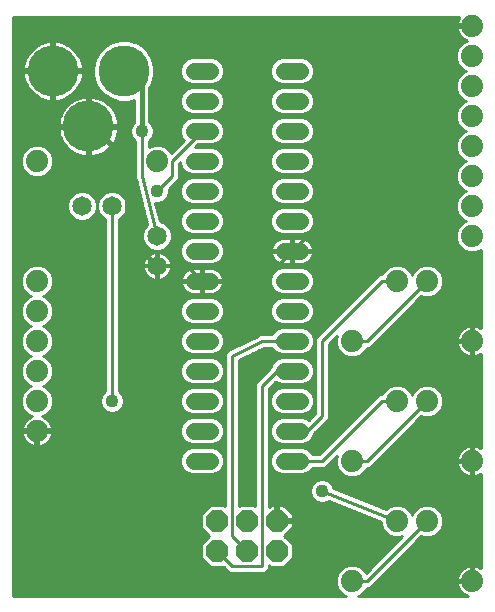
<source format=gbl>
G75*
%MOIN*%
%OFA0B0*%
%FSLAX25Y25*%
%IPPOS*%
%LPD*%
%AMOC8*
5,1,8,0,0,1.08239X$1,22.5*
%
%ADD10C,0.06500*%
%ADD11C,0.17000*%
%ADD12C,0.07400*%
%ADD13OC8,0.07400*%
%ADD14C,0.05600*%
%ADD15C,0.04362*%
%ADD16C,0.01000*%
%ADD17C,0.01600*%
D10*
X0508333Y0137860D03*
X0518333Y0137860D03*
X0533333Y0127860D03*
X0533333Y0117860D03*
D11*
X0510459Y0164356D03*
X0498648Y0182860D03*
X0522270Y0182860D03*
D12*
X0533333Y0152860D03*
X0493333Y0152860D03*
X0493333Y0112860D03*
X0493333Y0102860D03*
X0493333Y0092860D03*
X0493333Y0082860D03*
X0493333Y0072860D03*
X0493333Y0062860D03*
X0598333Y0052860D03*
X0638333Y0052860D03*
X0623333Y0032860D03*
X0613333Y0032860D03*
X0598333Y0012860D03*
X0638333Y0012860D03*
X0623333Y0072860D03*
X0613333Y0072860D03*
X0598333Y0092860D03*
X0638333Y0092860D03*
X0623333Y0112860D03*
X0613333Y0112860D03*
X0638333Y0127860D03*
X0638333Y0137860D03*
X0638333Y0147860D03*
X0638333Y0157860D03*
X0638333Y0167860D03*
X0638333Y0177860D03*
X0638333Y0187860D03*
X0638333Y0197860D03*
D13*
X0573333Y0032860D03*
X0563333Y0032860D03*
X0553333Y0032860D03*
X0553333Y0022860D03*
X0563333Y0022860D03*
X0573333Y0022860D03*
D14*
X0575533Y0052860D02*
X0581133Y0052860D01*
X0551133Y0052860D02*
X0545533Y0052860D01*
X0545533Y0062860D02*
X0551133Y0062860D01*
X0575533Y0062860D02*
X0581133Y0062860D01*
X0581133Y0072860D02*
X0575533Y0072860D01*
X0551133Y0072860D02*
X0545533Y0072860D01*
X0545533Y0082860D02*
X0551133Y0082860D01*
X0575533Y0082860D02*
X0581133Y0082860D01*
X0581133Y0092860D02*
X0575533Y0092860D01*
X0551133Y0092860D02*
X0545533Y0092860D01*
X0545533Y0102860D02*
X0551133Y0102860D01*
X0575533Y0102860D02*
X0581133Y0102860D01*
X0581133Y0112860D02*
X0575533Y0112860D01*
X0551133Y0112860D02*
X0545533Y0112860D01*
X0545533Y0122860D02*
X0551133Y0122860D01*
X0575533Y0122860D02*
X0581133Y0122860D01*
X0581133Y0132860D02*
X0575533Y0132860D01*
X0551133Y0132860D02*
X0545533Y0132860D01*
X0545533Y0142860D02*
X0551133Y0142860D01*
X0575533Y0142860D02*
X0581133Y0142860D01*
X0581133Y0152860D02*
X0575533Y0152860D01*
X0551133Y0152860D02*
X0545533Y0152860D01*
X0545533Y0162860D02*
X0551133Y0162860D01*
X0575533Y0162860D02*
X0581133Y0162860D01*
X0581133Y0172860D02*
X0575533Y0172860D01*
X0551133Y0172860D02*
X0545533Y0172860D01*
X0545533Y0182860D02*
X0551133Y0182860D01*
X0575533Y0182860D02*
X0581133Y0182860D01*
D15*
X0528333Y0162860D03*
X0533333Y0142860D03*
X0518333Y0072860D03*
X0588333Y0042860D03*
D16*
X0596294Y0007860D02*
X0485433Y0007860D01*
X0485433Y0200760D01*
X0634013Y0200760D01*
X0633886Y0200585D01*
X0633514Y0199856D01*
X0633261Y0199078D01*
X0633148Y0198360D01*
X0637833Y0198360D01*
X0637833Y0197360D01*
X0633148Y0197360D01*
X0633261Y0196642D01*
X0633514Y0195864D01*
X0633886Y0195135D01*
X0634367Y0194472D01*
X0634946Y0193894D01*
X0635608Y0193413D01*
X0636337Y0193041D01*
X0636558Y0192969D01*
X0635274Y0192438D01*
X0633755Y0190919D01*
X0632933Y0188934D01*
X0632933Y0186786D01*
X0633755Y0184801D01*
X0635274Y0183282D01*
X0636294Y0182860D01*
X0635274Y0182438D01*
X0633755Y0180919D01*
X0632933Y0178934D01*
X0632933Y0176786D01*
X0633755Y0174801D01*
X0635274Y0173282D01*
X0636294Y0172860D01*
X0635274Y0172438D01*
X0633755Y0170919D01*
X0632933Y0168934D01*
X0632933Y0166786D01*
X0633755Y0164801D01*
X0635274Y0163282D01*
X0636294Y0162860D01*
X0635274Y0162438D01*
X0633755Y0160919D01*
X0632933Y0158934D01*
X0632933Y0156786D01*
X0633755Y0154801D01*
X0635274Y0153282D01*
X0636294Y0152860D01*
X0635274Y0152438D01*
X0633755Y0150919D01*
X0632933Y0148934D01*
X0632933Y0146786D01*
X0633755Y0144801D01*
X0635274Y0143282D01*
X0636294Y0142860D01*
X0635274Y0142438D01*
X0633755Y0140919D01*
X0632933Y0138934D01*
X0632933Y0136786D01*
X0633755Y0134801D01*
X0635274Y0133282D01*
X0636294Y0132860D01*
X0635274Y0132438D01*
X0633755Y0130919D01*
X0632933Y0128934D01*
X0632933Y0126786D01*
X0633755Y0124801D01*
X0635274Y0123282D01*
X0637259Y0122460D01*
X0639407Y0122460D01*
X0641233Y0123216D01*
X0641233Y0097181D01*
X0641059Y0097307D01*
X0640329Y0097679D01*
X0639551Y0097932D01*
X0638743Y0098060D01*
X0638719Y0098060D01*
X0638719Y0093246D01*
X0637947Y0093246D01*
X0637947Y0092474D01*
X0633133Y0092474D01*
X0633133Y0092451D01*
X0633261Y0091642D01*
X0633514Y0090864D01*
X0633886Y0090135D01*
X0634367Y0089472D01*
X0634946Y0088894D01*
X0635608Y0088413D01*
X0636337Y0088041D01*
X0637116Y0087788D01*
X0637924Y0087660D01*
X0637947Y0087660D01*
X0637947Y0092474D01*
X0638719Y0092474D01*
X0638719Y0087660D01*
X0638743Y0087660D01*
X0639551Y0087788D01*
X0640329Y0088041D01*
X0641059Y0088413D01*
X0641233Y0088539D01*
X0641233Y0057181D01*
X0641059Y0057307D01*
X0640329Y0057679D01*
X0639551Y0057932D01*
X0638743Y0058060D01*
X0638719Y0058060D01*
X0638719Y0053246D01*
X0637947Y0053246D01*
X0637947Y0052474D01*
X0633133Y0052474D01*
X0633133Y0052451D01*
X0633261Y0051642D01*
X0633514Y0050864D01*
X0633886Y0050135D01*
X0634367Y0049472D01*
X0634946Y0048894D01*
X0635608Y0048413D01*
X0636337Y0048041D01*
X0637116Y0047788D01*
X0637924Y0047660D01*
X0637947Y0047660D01*
X0637947Y0052474D01*
X0638719Y0052474D01*
X0638719Y0047660D01*
X0638743Y0047660D01*
X0639551Y0047788D01*
X0640329Y0048041D01*
X0641059Y0048413D01*
X0641233Y0048539D01*
X0641233Y0017181D01*
X0641059Y0017307D01*
X0640329Y0017679D01*
X0639551Y0017932D01*
X0638743Y0018060D01*
X0638719Y0018060D01*
X0638719Y0013246D01*
X0637947Y0013246D01*
X0637947Y0012474D01*
X0633133Y0012474D01*
X0633133Y0012451D01*
X0633261Y0011642D01*
X0633514Y0010864D01*
X0633886Y0010135D01*
X0634367Y0009472D01*
X0634946Y0008894D01*
X0635608Y0008413D01*
X0636337Y0008041D01*
X0636894Y0007860D01*
X0600373Y0007860D01*
X0601392Y0008282D01*
X0602911Y0009801D01*
X0603267Y0010660D01*
X0604245Y0010660D01*
X0605533Y0011949D01*
X0621400Y0027816D01*
X0622259Y0027460D01*
X0624407Y0027460D01*
X0626392Y0028282D01*
X0627911Y0029801D01*
X0628733Y0031786D01*
X0628733Y0033934D01*
X0627911Y0035919D01*
X0626392Y0037438D01*
X0624407Y0038260D01*
X0622259Y0038260D01*
X0620274Y0037438D01*
X0618755Y0035919D01*
X0618333Y0034900D01*
X0617911Y0035919D01*
X0616392Y0037438D01*
X0614407Y0038260D01*
X0612259Y0038260D01*
X0610274Y0037438D01*
X0609571Y0036734D01*
X0592192Y0043686D01*
X0591624Y0045058D01*
X0590532Y0046150D01*
X0589105Y0046741D01*
X0587561Y0046741D01*
X0586135Y0046150D01*
X0585043Y0045058D01*
X0584452Y0043632D01*
X0584452Y0042088D01*
X0585043Y0040662D01*
X0586135Y0039570D01*
X0587561Y0038979D01*
X0589105Y0038979D01*
X0590532Y0039570D01*
X0590561Y0039599D01*
X0607933Y0032651D01*
X0607933Y0031786D01*
X0608755Y0029801D01*
X0610274Y0028282D01*
X0612259Y0027460D01*
X0614407Y0027460D01*
X0615115Y0027753D01*
X0603020Y0015657D01*
X0602911Y0015919D01*
X0601392Y0017438D01*
X0599407Y0018260D01*
X0597259Y0018260D01*
X0595274Y0017438D01*
X0593755Y0015919D01*
X0592933Y0013934D01*
X0592933Y0011786D01*
X0593755Y0009801D01*
X0595274Y0008282D01*
X0596294Y0007860D01*
X0485433Y0007860D01*
X0485433Y0008859D02*
X0594698Y0008859D01*
X0593732Y0009857D02*
X0485433Y0009857D01*
X0485433Y0010856D02*
X0593319Y0010856D01*
X0592933Y0011854D02*
X0485433Y0011854D01*
X0485433Y0012853D02*
X0592933Y0012853D01*
X0592933Y0013851D02*
X0485433Y0013851D01*
X0485433Y0014850D02*
X0593313Y0014850D01*
X0593726Y0015848D02*
X0569433Y0015848D01*
X0569245Y0015660D02*
X0570533Y0016949D01*
X0570533Y0018023D01*
X0571097Y0017460D01*
X0575570Y0017460D01*
X0578733Y0020623D01*
X0578733Y0025097D01*
X0575829Y0028001D01*
X0578533Y0030706D01*
X0578533Y0032360D01*
X0573833Y0032360D01*
X0573833Y0033360D01*
X0572833Y0033360D01*
X0572833Y0038060D01*
X0571179Y0038060D01*
X0570533Y0037414D01*
X0570533Y0076949D01*
X0572807Y0079222D01*
X0572984Y0079045D01*
X0574638Y0078360D01*
X0582028Y0078360D01*
X0583682Y0079045D01*
X0584948Y0080311D01*
X0585633Y0081965D01*
X0585633Y0083755D01*
X0584948Y0085409D01*
X0583682Y0086675D01*
X0582028Y0087360D01*
X0574638Y0087360D01*
X0572984Y0086675D01*
X0571718Y0085409D01*
X0571033Y0083755D01*
X0571033Y0083671D01*
X0567422Y0080060D01*
X0566133Y0078771D01*
X0566133Y0037697D01*
X0565570Y0038260D01*
X0561097Y0038260D01*
X0560533Y0037697D01*
X0560533Y0086500D01*
X0568853Y0090660D01*
X0571574Y0090660D01*
X0571718Y0090311D01*
X0572984Y0089045D01*
X0574638Y0088360D01*
X0582028Y0088360D01*
X0583682Y0089045D01*
X0584948Y0090311D01*
X0585633Y0091965D01*
X0585633Y0093755D01*
X0584948Y0095409D01*
X0583682Y0096675D01*
X0582028Y0097360D01*
X0574638Y0097360D01*
X0572984Y0096675D01*
X0571718Y0095409D01*
X0571574Y0095060D01*
X0568690Y0095060D01*
X0568165Y0095235D01*
X0567814Y0095060D01*
X0567422Y0095060D01*
X0567030Y0094668D01*
X0557814Y0090060D01*
X0557422Y0090060D01*
X0557030Y0089668D01*
X0556534Y0089420D01*
X0556410Y0089048D01*
X0556133Y0088771D01*
X0556133Y0088217D01*
X0555958Y0087691D01*
X0556133Y0087341D01*
X0556133Y0037697D01*
X0555570Y0038260D01*
X0551097Y0038260D01*
X0547933Y0035097D01*
X0547933Y0030623D01*
X0550697Y0027860D01*
X0547933Y0025097D01*
X0547933Y0020623D01*
X0551097Y0017460D01*
X0555570Y0017460D01*
X0555596Y0017486D01*
X0557422Y0015660D01*
X0569245Y0015660D01*
X0570431Y0016847D02*
X0594683Y0016847D01*
X0596258Y0017845D02*
X0575955Y0017845D01*
X0576954Y0018844D02*
X0606206Y0018844D01*
X0607204Y0019842D02*
X0577952Y0019842D01*
X0578733Y0020841D02*
X0608203Y0020841D01*
X0609201Y0021839D02*
X0578733Y0021839D01*
X0578733Y0022838D02*
X0610200Y0022838D01*
X0611198Y0023836D02*
X0578733Y0023836D01*
X0578733Y0024835D02*
X0612197Y0024835D01*
X0613195Y0025833D02*
X0577997Y0025833D01*
X0576998Y0026832D02*
X0614194Y0026832D01*
X0611365Y0027830D02*
X0576000Y0027830D01*
X0576656Y0028829D02*
X0609728Y0028829D01*
X0608745Y0029827D02*
X0577654Y0029827D01*
X0578533Y0030826D02*
X0608331Y0030826D01*
X0607933Y0031824D02*
X0578533Y0031824D01*
X0578533Y0033360D02*
X0573833Y0033360D01*
X0573833Y0038060D01*
X0575487Y0038060D01*
X0578533Y0035014D01*
X0578533Y0033360D01*
X0578533Y0033821D02*
X0605006Y0033821D01*
X0602510Y0034820D02*
X0578533Y0034820D01*
X0577729Y0035818D02*
X0600014Y0035818D01*
X0597518Y0036817D02*
X0576730Y0036817D01*
X0575732Y0037815D02*
X0595021Y0037815D01*
X0592525Y0038814D02*
X0570533Y0038814D01*
X0570533Y0039812D02*
X0585892Y0039812D01*
X0584981Y0040811D02*
X0570533Y0040811D01*
X0570533Y0041809D02*
X0584568Y0041809D01*
X0584452Y0042808D02*
X0570533Y0042808D01*
X0570533Y0043806D02*
X0584524Y0043806D01*
X0584938Y0044805D02*
X0570533Y0044805D01*
X0570533Y0045803D02*
X0585788Y0045803D01*
X0583682Y0049045D02*
X0582028Y0048360D01*
X0574638Y0048360D01*
X0572984Y0049045D01*
X0571718Y0050311D01*
X0571033Y0051965D01*
X0571033Y0053755D01*
X0571718Y0055409D01*
X0572984Y0056675D01*
X0574638Y0057360D01*
X0582028Y0057360D01*
X0583682Y0056675D01*
X0584948Y0055409D01*
X0585093Y0055060D01*
X0587422Y0055060D01*
X0607422Y0075060D01*
X0608400Y0075060D01*
X0608755Y0075919D01*
X0610274Y0077438D01*
X0612259Y0078260D01*
X0614407Y0078260D01*
X0616392Y0077438D01*
X0617911Y0075919D01*
X0618333Y0074900D01*
X0618755Y0075919D01*
X0620274Y0077438D01*
X0622259Y0078260D01*
X0624407Y0078260D01*
X0626392Y0077438D01*
X0627911Y0075919D01*
X0628733Y0073934D01*
X0628733Y0071786D01*
X0627911Y0069801D01*
X0626392Y0068282D01*
X0624407Y0067460D01*
X0622259Y0067460D01*
X0621400Y0067816D01*
X0605533Y0051949D01*
X0604245Y0050660D01*
X0603267Y0050660D01*
X0602911Y0049801D01*
X0601392Y0048282D01*
X0599407Y0047460D01*
X0597259Y0047460D01*
X0595274Y0048282D01*
X0593755Y0049801D01*
X0592933Y0051786D01*
X0592933Y0053934D01*
X0593227Y0054642D01*
X0590533Y0051949D01*
X0589245Y0050660D01*
X0585093Y0050660D01*
X0584948Y0050311D01*
X0583682Y0049045D01*
X0583088Y0048799D02*
X0594758Y0048799D01*
X0593759Y0049797D02*
X0584435Y0049797D01*
X0588333Y0052860D02*
X0578333Y0052860D01*
X0572232Y0049797D02*
X0570533Y0049797D01*
X0570533Y0048799D02*
X0573578Y0048799D01*
X0571517Y0050796D02*
X0570533Y0050796D01*
X0570533Y0051794D02*
X0571104Y0051794D01*
X0571033Y0052793D02*
X0570533Y0052793D01*
X0570533Y0053792D02*
X0571048Y0053792D01*
X0571462Y0054790D02*
X0570533Y0054790D01*
X0570533Y0055789D02*
X0572098Y0055789D01*
X0573255Y0056787D02*
X0570533Y0056787D01*
X0570533Y0057786D02*
X0590148Y0057786D01*
X0591146Y0058784D02*
X0583052Y0058784D01*
X0583682Y0059045D02*
X0582028Y0058360D01*
X0574638Y0058360D01*
X0572984Y0059045D01*
X0571718Y0060311D01*
X0571033Y0061965D01*
X0571033Y0063755D01*
X0571718Y0065409D01*
X0572984Y0066675D01*
X0574638Y0067360D01*
X0582028Y0067360D01*
X0583682Y0066675D01*
X0583860Y0066498D01*
X0586133Y0068771D01*
X0586133Y0093771D01*
X0587422Y0095060D01*
X0607422Y0115060D01*
X0608400Y0115060D01*
X0608755Y0115919D01*
X0610274Y0117438D01*
X0612259Y0118260D01*
X0614407Y0118260D01*
X0616392Y0117438D01*
X0617911Y0115919D01*
X0618333Y0114900D01*
X0618755Y0115919D01*
X0620274Y0117438D01*
X0622259Y0118260D01*
X0624407Y0118260D01*
X0626392Y0117438D01*
X0627911Y0115919D01*
X0628733Y0113934D01*
X0628733Y0111786D01*
X0627911Y0109801D01*
X0626392Y0108282D01*
X0624407Y0107460D01*
X0622259Y0107460D01*
X0621400Y0107816D01*
X0605533Y0091949D01*
X0604245Y0090660D01*
X0603267Y0090660D01*
X0602911Y0089801D01*
X0601392Y0088282D01*
X0599407Y0087460D01*
X0597259Y0087460D01*
X0595274Y0088282D01*
X0593755Y0089801D01*
X0592933Y0091786D01*
X0592933Y0093934D01*
X0593227Y0094642D01*
X0590533Y0091949D01*
X0590533Y0066949D01*
X0585633Y0062049D01*
X0585633Y0061965D01*
X0584948Y0060311D01*
X0583682Y0059045D01*
X0584420Y0059783D02*
X0592145Y0059783D01*
X0593143Y0060781D02*
X0585143Y0060781D01*
X0585557Y0061780D02*
X0594142Y0061780D01*
X0595140Y0062778D02*
X0586363Y0062778D01*
X0587361Y0063777D02*
X0596139Y0063777D01*
X0597137Y0064775D02*
X0588360Y0064775D01*
X0589358Y0065774D02*
X0598136Y0065774D01*
X0599134Y0066772D02*
X0590357Y0066772D01*
X0590533Y0067771D02*
X0600133Y0067771D01*
X0601131Y0068769D02*
X0590533Y0068769D01*
X0590533Y0069768D02*
X0602130Y0069768D01*
X0603128Y0070766D02*
X0590533Y0070766D01*
X0590533Y0071765D02*
X0604127Y0071765D01*
X0605125Y0072763D02*
X0590533Y0072763D01*
X0590533Y0073762D02*
X0606124Y0073762D01*
X0607122Y0074760D02*
X0590533Y0074760D01*
X0590533Y0075759D02*
X0608689Y0075759D01*
X0609594Y0076757D02*
X0590533Y0076757D01*
X0590533Y0077756D02*
X0611042Y0077756D01*
X0615625Y0077756D02*
X0621042Y0077756D01*
X0619594Y0076757D02*
X0617073Y0076757D01*
X0617978Y0075759D02*
X0618689Y0075759D01*
X0625625Y0077756D02*
X0641233Y0077756D01*
X0641233Y0078754D02*
X0590533Y0078754D01*
X0590533Y0079753D02*
X0641233Y0079753D01*
X0641233Y0080751D02*
X0590533Y0080751D01*
X0590533Y0081750D02*
X0641233Y0081750D01*
X0641233Y0082748D02*
X0590533Y0082748D01*
X0590533Y0083747D02*
X0641233Y0083747D01*
X0641233Y0084745D02*
X0590533Y0084745D01*
X0590533Y0085744D02*
X0641233Y0085744D01*
X0641233Y0086742D02*
X0590533Y0086742D01*
X0590533Y0087741D02*
X0596581Y0087741D01*
X0594817Y0088739D02*
X0590533Y0088739D01*
X0590533Y0089738D02*
X0593819Y0089738D01*
X0593368Y0090736D02*
X0590533Y0090736D01*
X0590533Y0091735D02*
X0592954Y0091735D01*
X0592933Y0092733D02*
X0591318Y0092733D01*
X0592317Y0093732D02*
X0592933Y0093732D01*
X0588333Y0092860D02*
X0588333Y0067860D01*
X0583333Y0062860D01*
X0578333Y0062860D01*
X0572247Y0059783D02*
X0570533Y0059783D01*
X0570533Y0060781D02*
X0571524Y0060781D01*
X0571110Y0061780D02*
X0570533Y0061780D01*
X0570533Y0062778D02*
X0571033Y0062778D01*
X0571042Y0063777D02*
X0570533Y0063777D01*
X0570533Y0064775D02*
X0571456Y0064775D01*
X0572083Y0065774D02*
X0570533Y0065774D01*
X0570533Y0066772D02*
X0573219Y0066772D01*
X0573650Y0068769D02*
X0570533Y0068769D01*
X0570533Y0067771D02*
X0585133Y0067771D01*
X0586131Y0068769D02*
X0583016Y0068769D01*
X0583682Y0069045D02*
X0582028Y0068360D01*
X0574638Y0068360D01*
X0572984Y0069045D01*
X0571718Y0070311D01*
X0571033Y0071965D01*
X0571033Y0073755D01*
X0571718Y0075409D01*
X0572984Y0076675D01*
X0574638Y0077360D01*
X0582028Y0077360D01*
X0583682Y0076675D01*
X0584948Y0075409D01*
X0585633Y0073755D01*
X0585633Y0071965D01*
X0584948Y0070311D01*
X0583682Y0069045D01*
X0584405Y0069768D02*
X0586133Y0069768D01*
X0586133Y0070766D02*
X0585137Y0070766D01*
X0585550Y0071765D02*
X0586133Y0071765D01*
X0586133Y0072763D02*
X0585633Y0072763D01*
X0585631Y0073762D02*
X0586133Y0073762D01*
X0586133Y0074760D02*
X0585217Y0074760D01*
X0584599Y0075759D02*
X0586133Y0075759D01*
X0586133Y0076757D02*
X0583484Y0076757D01*
X0582980Y0078754D02*
X0586133Y0078754D01*
X0586133Y0077756D02*
X0571340Y0077756D01*
X0570533Y0076757D02*
X0573183Y0076757D01*
X0572068Y0075759D02*
X0570533Y0075759D01*
X0570533Y0074760D02*
X0571450Y0074760D01*
X0571036Y0073762D02*
X0570533Y0073762D01*
X0570533Y0072763D02*
X0571033Y0072763D01*
X0571116Y0071765D02*
X0570533Y0071765D01*
X0570533Y0070766D02*
X0571530Y0070766D01*
X0572262Y0069768D02*
X0570533Y0069768D01*
X0566133Y0069768D02*
X0560533Y0069768D01*
X0560533Y0070766D02*
X0566133Y0070766D01*
X0566133Y0071765D02*
X0560533Y0071765D01*
X0560533Y0072763D02*
X0566133Y0072763D01*
X0566133Y0073762D02*
X0560533Y0073762D01*
X0560533Y0074760D02*
X0566133Y0074760D01*
X0566133Y0075759D02*
X0560533Y0075759D01*
X0560533Y0076757D02*
X0566133Y0076757D01*
X0566133Y0077756D02*
X0560533Y0077756D01*
X0560533Y0078754D02*
X0566133Y0078754D01*
X0567115Y0079753D02*
X0560533Y0079753D01*
X0560533Y0080751D02*
X0568113Y0080751D01*
X0569112Y0081750D02*
X0560533Y0081750D01*
X0560533Y0082748D02*
X0570110Y0082748D01*
X0571033Y0083747D02*
X0560533Y0083747D01*
X0560533Y0084745D02*
X0571444Y0084745D01*
X0572053Y0085744D02*
X0560533Y0085744D01*
X0561017Y0086742D02*
X0573147Y0086742D01*
X0573722Y0088739D02*
X0565011Y0088739D01*
X0563014Y0087741D02*
X0586133Y0087741D01*
X0586133Y0088739D02*
X0582944Y0088739D01*
X0584375Y0089738D02*
X0586133Y0089738D01*
X0586133Y0090736D02*
X0585124Y0090736D01*
X0585538Y0091735D02*
X0586133Y0091735D01*
X0586133Y0092733D02*
X0585633Y0092733D01*
X0585633Y0093732D02*
X0586133Y0093732D01*
X0585229Y0094730D02*
X0587093Y0094730D01*
X0588091Y0095729D02*
X0584628Y0095729D01*
X0583555Y0096727D02*
X0589090Y0096727D01*
X0590088Y0097726D02*
X0520533Y0097726D01*
X0520533Y0096727D02*
X0543111Y0096727D01*
X0542984Y0096675D02*
X0541718Y0095409D01*
X0541033Y0093755D01*
X0541033Y0091965D01*
X0541718Y0090311D01*
X0542984Y0089045D01*
X0544638Y0088360D01*
X0552028Y0088360D01*
X0553682Y0089045D01*
X0554948Y0090311D01*
X0555633Y0091965D01*
X0555633Y0093755D01*
X0554948Y0095409D01*
X0553682Y0096675D01*
X0552028Y0097360D01*
X0544638Y0097360D01*
X0542984Y0096675D01*
X0542038Y0095729D02*
X0520533Y0095729D01*
X0520533Y0094730D02*
X0541437Y0094730D01*
X0541033Y0093732D02*
X0520533Y0093732D01*
X0520533Y0092733D02*
X0541033Y0092733D01*
X0541129Y0091735D02*
X0520533Y0091735D01*
X0520533Y0090736D02*
X0541542Y0090736D01*
X0542291Y0089738D02*
X0520533Y0089738D01*
X0520533Y0088739D02*
X0543722Y0088739D01*
X0544638Y0087360D02*
X0542984Y0086675D01*
X0541718Y0085409D01*
X0541033Y0083755D01*
X0541033Y0081965D01*
X0541718Y0080311D01*
X0542984Y0079045D01*
X0544638Y0078360D01*
X0552028Y0078360D01*
X0553682Y0079045D01*
X0554948Y0080311D01*
X0555633Y0081965D01*
X0555633Y0083755D01*
X0554948Y0085409D01*
X0553682Y0086675D01*
X0552028Y0087360D01*
X0544638Y0087360D01*
X0543147Y0086742D02*
X0520533Y0086742D01*
X0520533Y0085744D02*
X0542053Y0085744D01*
X0541444Y0084745D02*
X0520533Y0084745D01*
X0520533Y0083747D02*
X0541033Y0083747D01*
X0541033Y0082748D02*
X0520533Y0082748D01*
X0520533Y0081750D02*
X0541122Y0081750D01*
X0541536Y0080751D02*
X0520533Y0080751D01*
X0520533Y0079753D02*
X0542277Y0079753D01*
X0543686Y0078754D02*
X0520533Y0078754D01*
X0520533Y0077756D02*
X0556133Y0077756D01*
X0556133Y0078754D02*
X0552980Y0078754D01*
X0552028Y0077360D02*
X0544638Y0077360D01*
X0542984Y0076675D01*
X0541718Y0075409D01*
X0541033Y0073755D01*
X0541033Y0071965D01*
X0541718Y0070311D01*
X0542984Y0069045D01*
X0544638Y0068360D01*
X0552028Y0068360D01*
X0553682Y0069045D01*
X0554948Y0070311D01*
X0555633Y0071965D01*
X0555633Y0073755D01*
X0554948Y0075409D01*
X0553682Y0076675D01*
X0552028Y0077360D01*
X0553484Y0076757D02*
X0556133Y0076757D01*
X0556133Y0075759D02*
X0554599Y0075759D01*
X0555217Y0074760D02*
X0556133Y0074760D01*
X0556133Y0073762D02*
X0555631Y0073762D01*
X0555633Y0072763D02*
X0556133Y0072763D01*
X0556133Y0071765D02*
X0555550Y0071765D01*
X0555137Y0070766D02*
X0556133Y0070766D01*
X0556133Y0069768D02*
X0554405Y0069768D01*
X0553016Y0068769D02*
X0556133Y0068769D01*
X0556133Y0067771D02*
X0495157Y0067771D01*
X0495109Y0067751D02*
X0496392Y0068282D01*
X0497911Y0069801D01*
X0498733Y0071786D01*
X0498733Y0073934D01*
X0497911Y0075919D01*
X0496392Y0077438D01*
X0495373Y0077860D01*
X0496392Y0078282D01*
X0497911Y0079801D01*
X0498733Y0081786D01*
X0498733Y0083934D01*
X0497911Y0085919D01*
X0496392Y0087438D01*
X0495373Y0087860D01*
X0496392Y0088282D01*
X0497911Y0089801D01*
X0498733Y0091786D01*
X0498733Y0093934D01*
X0497911Y0095919D01*
X0496392Y0097438D01*
X0495373Y0097860D01*
X0496392Y0098282D01*
X0497911Y0099801D01*
X0498733Y0101786D01*
X0498733Y0103934D01*
X0497911Y0105919D01*
X0496392Y0107438D01*
X0495373Y0107860D01*
X0496392Y0108282D01*
X0497911Y0109801D01*
X0498733Y0111786D01*
X0498733Y0113934D01*
X0497911Y0115919D01*
X0496392Y0117438D01*
X0494407Y0118260D01*
X0492259Y0118260D01*
X0490274Y0117438D01*
X0488755Y0115919D01*
X0487933Y0113934D01*
X0487933Y0111786D01*
X0488755Y0109801D01*
X0490274Y0108282D01*
X0491294Y0107860D01*
X0490274Y0107438D01*
X0488755Y0105919D01*
X0487933Y0103934D01*
X0487933Y0101786D01*
X0488755Y0099801D01*
X0490274Y0098282D01*
X0491294Y0097860D01*
X0490274Y0097438D01*
X0488755Y0095919D01*
X0487933Y0093934D01*
X0487933Y0091786D01*
X0488755Y0089801D01*
X0490274Y0088282D01*
X0491294Y0087860D01*
X0490274Y0087438D01*
X0488755Y0085919D01*
X0487933Y0083934D01*
X0487933Y0081786D01*
X0488755Y0079801D01*
X0490274Y0078282D01*
X0491294Y0077860D01*
X0490274Y0077438D01*
X0488755Y0075919D01*
X0487933Y0073934D01*
X0487933Y0071786D01*
X0488755Y0069801D01*
X0490274Y0068282D01*
X0491558Y0067751D01*
X0491337Y0067679D01*
X0490608Y0067307D01*
X0489946Y0066826D01*
X0489367Y0066248D01*
X0488886Y0065585D01*
X0488514Y0064856D01*
X0488261Y0064078D01*
X0488148Y0063360D01*
X0492833Y0063360D01*
X0492833Y0062360D01*
X0488148Y0062360D01*
X0488261Y0061642D01*
X0488514Y0060864D01*
X0488886Y0060135D01*
X0489367Y0059472D01*
X0489946Y0058894D01*
X0490608Y0058413D01*
X0491337Y0058041D01*
X0492116Y0057788D01*
X0492833Y0057674D01*
X0492833Y0062360D01*
X0493833Y0062360D01*
X0493833Y0057674D01*
X0494551Y0057788D01*
X0495329Y0058041D01*
X0496059Y0058413D01*
X0496721Y0058894D01*
X0497300Y0059472D01*
X0497781Y0060135D01*
X0498152Y0060864D01*
X0498405Y0061642D01*
X0498519Y0062360D01*
X0493833Y0062360D01*
X0493833Y0063360D01*
X0498519Y0063360D01*
X0498405Y0064078D01*
X0498152Y0064856D01*
X0497781Y0065585D01*
X0497300Y0066248D01*
X0496721Y0066826D01*
X0496059Y0067307D01*
X0495329Y0067679D01*
X0495109Y0067751D01*
X0496775Y0066772D02*
X0543219Y0066772D01*
X0542984Y0066675D02*
X0541718Y0065409D01*
X0541033Y0063755D01*
X0541033Y0061965D01*
X0541718Y0060311D01*
X0542984Y0059045D01*
X0544638Y0058360D01*
X0552028Y0058360D01*
X0553682Y0059045D01*
X0554948Y0060311D01*
X0555633Y0061965D01*
X0555633Y0063755D01*
X0554948Y0065409D01*
X0553682Y0066675D01*
X0552028Y0067360D01*
X0544638Y0067360D01*
X0542984Y0066675D01*
X0542083Y0065774D02*
X0497644Y0065774D01*
X0498179Y0064775D02*
X0541456Y0064775D01*
X0541042Y0063777D02*
X0498453Y0063777D01*
X0498427Y0061780D02*
X0541110Y0061780D01*
X0541033Y0062778D02*
X0493833Y0062778D01*
X0493333Y0062860D02*
X0528333Y0062860D01*
X0533333Y0067860D01*
X0533333Y0117860D01*
X0543333Y0117860D01*
X0548333Y0112860D01*
X0568333Y0112860D01*
X0578333Y0122860D01*
X0628333Y0122860D01*
X0638333Y0112860D01*
X0638333Y0092860D01*
X0637947Y0092733D02*
X0606318Y0092733D01*
X0605320Y0091735D02*
X0633247Y0091735D01*
X0633579Y0090736D02*
X0604321Y0090736D01*
X0602848Y0089738D02*
X0634174Y0089738D01*
X0635158Y0088739D02*
X0601849Y0088739D01*
X0600086Y0087741D02*
X0637413Y0087741D01*
X0637947Y0087741D02*
X0638719Y0087741D01*
X0639253Y0087741D02*
X0641233Y0087741D01*
X0638719Y0088739D02*
X0637947Y0088739D01*
X0637947Y0089738D02*
X0638719Y0089738D01*
X0638719Y0090736D02*
X0637947Y0090736D01*
X0637947Y0091735D02*
X0638719Y0091735D01*
X0637947Y0093246D02*
X0633133Y0093246D01*
X0633133Y0093269D01*
X0633261Y0094078D01*
X0633514Y0094856D01*
X0633886Y0095585D01*
X0634367Y0096248D01*
X0634946Y0096826D01*
X0635608Y0097307D01*
X0636337Y0097679D01*
X0637116Y0097932D01*
X0637924Y0098060D01*
X0637947Y0098060D01*
X0637947Y0093246D01*
X0637947Y0093732D02*
X0638719Y0093732D01*
X0638719Y0094730D02*
X0637947Y0094730D01*
X0637947Y0095729D02*
X0638719Y0095729D01*
X0638719Y0096727D02*
X0637947Y0096727D01*
X0637947Y0097726D02*
X0638719Y0097726D01*
X0640185Y0097726D02*
X0641233Y0097726D01*
X0641233Y0098725D02*
X0612309Y0098725D01*
X0613308Y0099723D02*
X0641233Y0099723D01*
X0641233Y0100722D02*
X0614306Y0100722D01*
X0615305Y0101720D02*
X0641233Y0101720D01*
X0641233Y0102719D02*
X0616303Y0102719D01*
X0617302Y0103717D02*
X0641233Y0103717D01*
X0641233Y0104716D02*
X0618300Y0104716D01*
X0619299Y0105714D02*
X0641233Y0105714D01*
X0641233Y0106713D02*
X0620297Y0106713D01*
X0621296Y0107711D02*
X0621653Y0107711D01*
X0625014Y0107711D02*
X0641233Y0107711D01*
X0641233Y0108710D02*
X0626820Y0108710D01*
X0627818Y0109708D02*
X0641233Y0109708D01*
X0641233Y0110707D02*
X0628286Y0110707D01*
X0628700Y0111705D02*
X0641233Y0111705D01*
X0641233Y0112704D02*
X0628733Y0112704D01*
X0628733Y0113702D02*
X0641233Y0113702D01*
X0641233Y0114701D02*
X0628416Y0114701D01*
X0628002Y0115699D02*
X0641233Y0115699D01*
X0641233Y0116698D02*
X0627132Y0116698D01*
X0625768Y0117696D02*
X0641233Y0117696D01*
X0641233Y0118695D02*
X0582229Y0118695D01*
X0582140Y0118666D02*
X0582784Y0118875D01*
X0583387Y0119182D01*
X0583935Y0119580D01*
X0584413Y0120059D01*
X0584811Y0120606D01*
X0585118Y0121209D01*
X0585327Y0121853D01*
X0585433Y0122522D01*
X0585433Y0122560D01*
X0578633Y0122560D01*
X0578633Y0118560D01*
X0581472Y0118560D01*
X0582140Y0118666D01*
X0582028Y0117360D02*
X0574638Y0117360D01*
X0572984Y0116675D01*
X0571718Y0115409D01*
X0571033Y0113755D01*
X0571033Y0111965D01*
X0571718Y0110311D01*
X0572984Y0109045D01*
X0574638Y0108360D01*
X0582028Y0108360D01*
X0583682Y0109045D01*
X0584948Y0110311D01*
X0585633Y0111965D01*
X0585633Y0113755D01*
X0584948Y0115409D01*
X0583682Y0116675D01*
X0582028Y0117360D01*
X0583627Y0116698D02*
X0609534Y0116698D01*
X0608664Y0115699D02*
X0584658Y0115699D01*
X0585242Y0114701D02*
X0607063Y0114701D01*
X0606064Y0113702D02*
X0585633Y0113702D01*
X0585633Y0112704D02*
X0605066Y0112704D01*
X0604067Y0111705D02*
X0585526Y0111705D01*
X0585112Y0110707D02*
X0603069Y0110707D01*
X0602070Y0109708D02*
X0584345Y0109708D01*
X0582873Y0108710D02*
X0601072Y0108710D01*
X0600073Y0107711D02*
X0520533Y0107711D01*
X0520533Y0106713D02*
X0543075Y0106713D01*
X0542984Y0106675D02*
X0541718Y0105409D01*
X0541033Y0103755D01*
X0541033Y0101965D01*
X0541718Y0100311D01*
X0542984Y0099045D01*
X0544638Y0098360D01*
X0552028Y0098360D01*
X0553682Y0099045D01*
X0554948Y0100311D01*
X0555633Y0101965D01*
X0555633Y0103755D01*
X0554948Y0105409D01*
X0553682Y0106675D01*
X0552028Y0107360D01*
X0544638Y0107360D01*
X0542984Y0106675D01*
X0542023Y0105714D02*
X0520533Y0105714D01*
X0520533Y0104716D02*
X0541431Y0104716D01*
X0541033Y0103717D02*
X0520533Y0103717D01*
X0520533Y0102719D02*
X0541033Y0102719D01*
X0541135Y0101720D02*
X0520533Y0101720D01*
X0520533Y0100722D02*
X0541548Y0100722D01*
X0542306Y0099723D02*
X0520533Y0099723D01*
X0520533Y0098725D02*
X0543758Y0098725D01*
X0552908Y0098725D02*
X0573758Y0098725D01*
X0572984Y0099045D02*
X0574638Y0098360D01*
X0582028Y0098360D01*
X0583682Y0099045D01*
X0584948Y0100311D01*
X0585633Y0101965D01*
X0585633Y0103755D01*
X0584948Y0105409D01*
X0583682Y0106675D01*
X0582028Y0107360D01*
X0574638Y0107360D01*
X0572984Y0106675D01*
X0571718Y0105409D01*
X0571033Y0103755D01*
X0571033Y0101965D01*
X0571718Y0100311D01*
X0572984Y0099045D01*
X0572306Y0099723D02*
X0554360Y0099723D01*
X0555118Y0100722D02*
X0571548Y0100722D01*
X0571135Y0101720D02*
X0555532Y0101720D01*
X0555633Y0102719D02*
X0571033Y0102719D01*
X0571033Y0103717D02*
X0555633Y0103717D01*
X0555235Y0104716D02*
X0571431Y0104716D01*
X0572023Y0105714D02*
X0554643Y0105714D01*
X0553591Y0106713D02*
X0573075Y0106713D01*
X0573794Y0108710D02*
X0552275Y0108710D01*
X0552140Y0108666D02*
X0552784Y0108875D01*
X0553387Y0109182D01*
X0553935Y0109580D01*
X0554413Y0110059D01*
X0554811Y0110606D01*
X0555118Y0111209D01*
X0555327Y0111853D01*
X0555433Y0112522D01*
X0555433Y0112560D01*
X0548633Y0112560D01*
X0548633Y0108560D01*
X0551472Y0108560D01*
X0552140Y0108666D01*
X0554063Y0109708D02*
X0572321Y0109708D01*
X0571554Y0110707D02*
X0554862Y0110707D01*
X0555279Y0111705D02*
X0571141Y0111705D01*
X0571033Y0112704D02*
X0548633Y0112704D01*
X0548633Y0112560D02*
X0548633Y0113160D01*
X0548033Y0113160D01*
X0548033Y0112560D01*
X0541233Y0112560D01*
X0541233Y0112522D01*
X0541339Y0111853D01*
X0541548Y0111209D01*
X0541856Y0110606D01*
X0542253Y0110059D01*
X0542732Y0109580D01*
X0543280Y0109182D01*
X0543883Y0108875D01*
X0544526Y0108666D01*
X0545195Y0108560D01*
X0548033Y0108560D01*
X0548033Y0112560D01*
X0548633Y0112560D01*
X0548633Y0113160D02*
X0555433Y0113160D01*
X0555433Y0113198D01*
X0555327Y0113867D01*
X0555118Y0114511D01*
X0554811Y0115114D01*
X0554413Y0115661D01*
X0553935Y0116140D01*
X0553387Y0116538D01*
X0552784Y0116845D01*
X0552140Y0117054D01*
X0551472Y0117160D01*
X0548633Y0117160D01*
X0548633Y0113160D01*
X0548633Y0113702D02*
X0548033Y0113702D01*
X0548033Y0113160D02*
X0548033Y0117160D01*
X0545195Y0117160D01*
X0544526Y0117054D01*
X0543883Y0116845D01*
X0543280Y0116538D01*
X0542732Y0116140D01*
X0542253Y0115661D01*
X0541856Y0115114D01*
X0541548Y0114511D01*
X0541339Y0113867D01*
X0541233Y0113198D01*
X0541233Y0113160D01*
X0548033Y0113160D01*
X0548033Y0112704D02*
X0520533Y0112704D01*
X0520533Y0113702D02*
X0531031Y0113702D01*
X0530844Y0113797D02*
X0531510Y0113458D01*
X0532221Y0113227D01*
X0532959Y0113110D01*
X0533144Y0113110D01*
X0533144Y0117671D01*
X0528583Y0117671D01*
X0528583Y0117486D01*
X0528700Y0116748D01*
X0528931Y0116037D01*
X0529271Y0115370D01*
X0529710Y0114766D01*
X0530239Y0114237D01*
X0530844Y0113797D01*
X0529775Y0114701D02*
X0520533Y0114701D01*
X0520533Y0115699D02*
X0529103Y0115699D01*
X0528717Y0116698D02*
X0520533Y0116698D01*
X0520533Y0117696D02*
X0533144Y0117696D01*
X0533144Y0117671D02*
X0533144Y0118049D01*
X0528583Y0118049D01*
X0528583Y0118234D01*
X0528700Y0118972D01*
X0528931Y0119683D01*
X0529271Y0120350D01*
X0529710Y0120954D01*
X0530239Y0121483D01*
X0530844Y0121923D01*
X0531510Y0122262D01*
X0532221Y0122493D01*
X0532959Y0122610D01*
X0533144Y0122610D01*
X0533144Y0118049D01*
X0533522Y0118049D01*
X0533522Y0122610D01*
X0533707Y0122610D01*
X0534446Y0122493D01*
X0535157Y0122262D01*
X0535823Y0121923D01*
X0536428Y0121483D01*
X0536956Y0120954D01*
X0537396Y0120350D01*
X0537735Y0119683D01*
X0537966Y0118972D01*
X0538083Y0118234D01*
X0538083Y0118049D01*
X0533522Y0118049D01*
X0533522Y0117671D01*
X0533522Y0113110D01*
X0533707Y0113110D01*
X0534446Y0113227D01*
X0535157Y0113458D01*
X0535823Y0113797D01*
X0536428Y0114237D01*
X0536956Y0114766D01*
X0537396Y0115370D01*
X0537735Y0116037D01*
X0537966Y0116748D01*
X0538083Y0117486D01*
X0538083Y0117671D01*
X0533522Y0117671D01*
X0533144Y0117671D01*
X0533522Y0117696D02*
X0610898Y0117696D01*
X0615768Y0117696D02*
X0620898Y0117696D01*
X0619534Y0116698D02*
X0617132Y0116698D01*
X0618002Y0115699D02*
X0618664Y0115699D01*
X0623333Y0112860D02*
X0603333Y0092860D01*
X0598333Y0092860D01*
X0588333Y0092860D02*
X0608333Y0112860D01*
X0613333Y0112860D01*
X0599075Y0106713D02*
X0583591Y0106713D01*
X0584643Y0105714D02*
X0598076Y0105714D01*
X0597078Y0104716D02*
X0585235Y0104716D01*
X0585633Y0103717D02*
X0596079Y0103717D01*
X0595081Y0102719D02*
X0585633Y0102719D01*
X0585532Y0101720D02*
X0594082Y0101720D01*
X0593084Y0100722D02*
X0585118Y0100722D01*
X0584360Y0099723D02*
X0592085Y0099723D01*
X0591087Y0098725D02*
X0582908Y0098725D01*
X0573111Y0096727D02*
X0553555Y0096727D01*
X0554628Y0095729D02*
X0572038Y0095729D01*
X0568333Y0092860D02*
X0558333Y0087860D01*
X0558333Y0027860D01*
X0563333Y0022860D01*
X0558333Y0017860D02*
X0553333Y0022860D01*
X0547933Y0022838D02*
X0485433Y0022838D01*
X0485433Y0023836D02*
X0547933Y0023836D01*
X0547933Y0024835D02*
X0485433Y0024835D01*
X0485433Y0025833D02*
X0548670Y0025833D01*
X0549668Y0026832D02*
X0485433Y0026832D01*
X0485433Y0027830D02*
X0550667Y0027830D01*
X0549728Y0028829D02*
X0485433Y0028829D01*
X0485433Y0029827D02*
X0548729Y0029827D01*
X0547933Y0030826D02*
X0485433Y0030826D01*
X0485433Y0031824D02*
X0547933Y0031824D01*
X0547933Y0032823D02*
X0485433Y0032823D01*
X0485433Y0033821D02*
X0547933Y0033821D01*
X0547933Y0034820D02*
X0485433Y0034820D01*
X0485433Y0035818D02*
X0548655Y0035818D01*
X0549653Y0036817D02*
X0485433Y0036817D01*
X0485433Y0037815D02*
X0550652Y0037815D01*
X0556015Y0037815D02*
X0556133Y0037815D01*
X0556133Y0038814D02*
X0485433Y0038814D01*
X0485433Y0039812D02*
X0556133Y0039812D01*
X0556133Y0040811D02*
X0485433Y0040811D01*
X0485433Y0041809D02*
X0556133Y0041809D01*
X0556133Y0042808D02*
X0485433Y0042808D01*
X0485433Y0043806D02*
X0556133Y0043806D01*
X0556133Y0044805D02*
X0485433Y0044805D01*
X0485433Y0045803D02*
X0556133Y0045803D01*
X0556133Y0046802D02*
X0485433Y0046802D01*
X0485433Y0047800D02*
X0556133Y0047800D01*
X0556133Y0048799D02*
X0553088Y0048799D01*
X0553682Y0049045D02*
X0552028Y0048360D01*
X0544638Y0048360D01*
X0542984Y0049045D01*
X0541718Y0050311D01*
X0541033Y0051965D01*
X0541033Y0053755D01*
X0541718Y0055409D01*
X0542984Y0056675D01*
X0544638Y0057360D01*
X0552028Y0057360D01*
X0553682Y0056675D01*
X0554948Y0055409D01*
X0555633Y0053755D01*
X0555633Y0051965D01*
X0554948Y0050311D01*
X0553682Y0049045D01*
X0554435Y0049797D02*
X0556133Y0049797D01*
X0556133Y0050796D02*
X0555149Y0050796D01*
X0555563Y0051794D02*
X0556133Y0051794D01*
X0556133Y0052793D02*
X0555633Y0052793D01*
X0555618Y0053792D02*
X0556133Y0053792D01*
X0556133Y0054790D02*
X0555205Y0054790D01*
X0554569Y0055789D02*
X0556133Y0055789D01*
X0556133Y0056787D02*
X0553412Y0056787D01*
X0553052Y0058784D02*
X0556133Y0058784D01*
X0556133Y0057786D02*
X0494535Y0057786D01*
X0493833Y0057786D02*
X0492833Y0057786D01*
X0492131Y0057786D02*
X0485433Y0057786D01*
X0485433Y0058784D02*
X0490097Y0058784D01*
X0489142Y0059783D02*
X0485433Y0059783D01*
X0485433Y0060781D02*
X0488556Y0060781D01*
X0488240Y0061780D02*
X0485433Y0061780D01*
X0485433Y0062778D02*
X0492833Y0062778D01*
X0492833Y0061780D02*
X0493833Y0061780D01*
X0493833Y0060781D02*
X0492833Y0060781D01*
X0492833Y0059783D02*
X0493833Y0059783D01*
X0493833Y0058784D02*
X0492833Y0058784D01*
X0496570Y0058784D02*
X0543614Y0058784D01*
X0542247Y0059783D02*
X0497525Y0059783D01*
X0498110Y0060781D02*
X0541524Y0060781D01*
X0543255Y0056787D02*
X0485433Y0056787D01*
X0485433Y0055789D02*
X0542098Y0055789D01*
X0541462Y0054790D02*
X0485433Y0054790D01*
X0485433Y0053792D02*
X0541048Y0053792D01*
X0541033Y0052793D02*
X0485433Y0052793D01*
X0485433Y0051794D02*
X0541104Y0051794D01*
X0541517Y0050796D02*
X0485433Y0050796D01*
X0485433Y0049797D02*
X0542232Y0049797D01*
X0543578Y0048799D02*
X0485433Y0048799D01*
X0485433Y0063777D02*
X0488214Y0063777D01*
X0488488Y0064775D02*
X0485433Y0064775D01*
X0485433Y0065774D02*
X0489023Y0065774D01*
X0489892Y0066772D02*
X0485433Y0066772D01*
X0485433Y0067771D02*
X0491509Y0067771D01*
X0489787Y0068769D02*
X0485433Y0068769D01*
X0485433Y0069768D02*
X0488789Y0069768D01*
X0488356Y0070766D02*
X0485433Y0070766D01*
X0485433Y0071765D02*
X0487942Y0071765D01*
X0487933Y0072763D02*
X0485433Y0072763D01*
X0485433Y0073762D02*
X0487933Y0073762D01*
X0488276Y0074760D02*
X0485433Y0074760D01*
X0485433Y0075759D02*
X0488689Y0075759D01*
X0489594Y0076757D02*
X0485433Y0076757D01*
X0485433Y0077756D02*
X0491042Y0077756D01*
X0489802Y0078754D02*
X0485433Y0078754D01*
X0485433Y0079753D02*
X0488804Y0079753D01*
X0488362Y0080751D02*
X0485433Y0080751D01*
X0485433Y0081750D02*
X0487948Y0081750D01*
X0487933Y0082748D02*
X0485433Y0082748D01*
X0485433Y0083747D02*
X0487933Y0083747D01*
X0488269Y0084745D02*
X0485433Y0084745D01*
X0485433Y0085744D02*
X0488683Y0085744D01*
X0489579Y0086742D02*
X0485433Y0086742D01*
X0485433Y0087741D02*
X0491006Y0087741D01*
X0489817Y0088739D02*
X0485433Y0088739D01*
X0485433Y0089738D02*
X0488819Y0089738D01*
X0488368Y0090736D02*
X0485433Y0090736D01*
X0485433Y0091735D02*
X0487954Y0091735D01*
X0487933Y0092733D02*
X0485433Y0092733D01*
X0485433Y0093732D02*
X0487933Y0093732D01*
X0488263Y0094730D02*
X0485433Y0094730D01*
X0485433Y0095729D02*
X0488677Y0095729D01*
X0489564Y0096727D02*
X0485433Y0096727D01*
X0485433Y0097726D02*
X0490970Y0097726D01*
X0489832Y0098725D02*
X0485433Y0098725D01*
X0485433Y0099723D02*
X0488834Y0099723D01*
X0488374Y0100722D02*
X0485433Y0100722D01*
X0485433Y0101720D02*
X0487961Y0101720D01*
X0487933Y0102719D02*
X0485433Y0102719D01*
X0485433Y0103717D02*
X0487933Y0103717D01*
X0488257Y0104716D02*
X0485433Y0104716D01*
X0485433Y0105714D02*
X0488671Y0105714D01*
X0489549Y0106713D02*
X0485433Y0106713D01*
X0485433Y0107711D02*
X0490934Y0107711D01*
X0489847Y0108710D02*
X0485433Y0108710D01*
X0485433Y0109708D02*
X0488848Y0109708D01*
X0488380Y0110707D02*
X0485433Y0110707D01*
X0485433Y0111705D02*
X0487967Y0111705D01*
X0487933Y0112704D02*
X0485433Y0112704D01*
X0485433Y0113702D02*
X0487933Y0113702D01*
X0488251Y0114701D02*
X0485433Y0114701D01*
X0485433Y0115699D02*
X0488664Y0115699D01*
X0489534Y0116698D02*
X0485433Y0116698D01*
X0485433Y0117696D02*
X0490898Y0117696D01*
X0495768Y0117696D02*
X0516133Y0117696D01*
X0516133Y0116698D02*
X0497132Y0116698D01*
X0498002Y0115699D02*
X0516133Y0115699D01*
X0516133Y0114701D02*
X0498416Y0114701D01*
X0498733Y0113702D02*
X0516133Y0113702D01*
X0516133Y0112704D02*
X0498733Y0112704D01*
X0498700Y0111705D02*
X0516133Y0111705D01*
X0516133Y0110707D02*
X0498286Y0110707D01*
X0497818Y0109708D02*
X0516133Y0109708D01*
X0516133Y0108710D02*
X0496820Y0108710D01*
X0495733Y0107711D02*
X0516133Y0107711D01*
X0516133Y0106713D02*
X0497117Y0106713D01*
X0497996Y0105714D02*
X0516133Y0105714D01*
X0516133Y0104716D02*
X0498410Y0104716D01*
X0498733Y0103717D02*
X0516133Y0103717D01*
X0516133Y0102719D02*
X0498733Y0102719D01*
X0498706Y0101720D02*
X0516133Y0101720D01*
X0516133Y0100722D02*
X0498292Y0100722D01*
X0497833Y0099723D02*
X0516133Y0099723D01*
X0516133Y0098725D02*
X0496835Y0098725D01*
X0495697Y0097726D02*
X0516133Y0097726D01*
X0516133Y0096727D02*
X0497103Y0096727D01*
X0497990Y0095729D02*
X0516133Y0095729D01*
X0516133Y0094730D02*
X0498403Y0094730D01*
X0498733Y0093732D02*
X0516133Y0093732D01*
X0516133Y0092733D02*
X0498733Y0092733D01*
X0498712Y0091735D02*
X0516133Y0091735D01*
X0516133Y0090736D02*
X0498299Y0090736D01*
X0497848Y0089738D02*
X0516133Y0089738D01*
X0516133Y0088739D02*
X0496849Y0088739D01*
X0495661Y0087741D02*
X0516133Y0087741D01*
X0516133Y0086742D02*
X0497088Y0086742D01*
X0497984Y0085744D02*
X0516133Y0085744D01*
X0516133Y0084745D02*
X0498397Y0084745D01*
X0498733Y0083747D02*
X0516133Y0083747D01*
X0516133Y0082748D02*
X0498733Y0082748D01*
X0498718Y0081750D02*
X0516133Y0081750D01*
X0516133Y0080751D02*
X0498305Y0080751D01*
X0497863Y0079753D02*
X0516133Y0079753D01*
X0516133Y0078754D02*
X0496864Y0078754D01*
X0495625Y0077756D02*
X0516133Y0077756D01*
X0516133Y0076757D02*
X0497073Y0076757D01*
X0497978Y0075759D02*
X0515743Y0075759D01*
X0516133Y0076149D02*
X0515043Y0075058D01*
X0514452Y0073632D01*
X0514452Y0072088D01*
X0515043Y0070662D01*
X0516135Y0069570D01*
X0517561Y0068979D01*
X0519105Y0068979D01*
X0520532Y0069570D01*
X0521624Y0070662D01*
X0522214Y0072088D01*
X0522214Y0073632D01*
X0521624Y0075058D01*
X0520533Y0076149D01*
X0520533Y0133413D01*
X0521137Y0133664D01*
X0522530Y0135056D01*
X0523283Y0136875D01*
X0523283Y0138845D01*
X0522530Y0140664D01*
X0521137Y0142056D01*
X0519318Y0142810D01*
X0517349Y0142810D01*
X0515529Y0142056D01*
X0514137Y0140664D01*
X0513383Y0138845D01*
X0513383Y0136875D01*
X0514137Y0135056D01*
X0515529Y0133664D01*
X0516133Y0133413D01*
X0516133Y0076149D01*
X0514920Y0074760D02*
X0498391Y0074760D01*
X0498733Y0073762D02*
X0514506Y0073762D01*
X0514452Y0072763D02*
X0498733Y0072763D01*
X0498725Y0071765D02*
X0514586Y0071765D01*
X0515000Y0070766D02*
X0498311Y0070766D01*
X0497878Y0069768D02*
X0515937Y0069768D01*
X0518333Y0072860D02*
X0518333Y0137860D01*
X0513723Y0139663D02*
X0512944Y0139663D01*
X0513283Y0138845D02*
X0512530Y0140664D01*
X0511137Y0142056D01*
X0509318Y0142810D01*
X0507349Y0142810D01*
X0505529Y0142056D01*
X0504137Y0140664D01*
X0503383Y0138845D01*
X0503383Y0136875D01*
X0504137Y0135056D01*
X0505529Y0133664D01*
X0507349Y0132910D01*
X0509318Y0132910D01*
X0511137Y0133664D01*
X0512530Y0135056D01*
X0513283Y0136875D01*
X0513283Y0138845D01*
X0513283Y0138665D02*
X0513383Y0138665D01*
X0513383Y0137666D02*
X0513283Y0137666D01*
X0513197Y0136668D02*
X0513469Y0136668D01*
X0513883Y0135669D02*
X0512784Y0135669D01*
X0512145Y0134671D02*
X0514522Y0134671D01*
X0515521Y0133672D02*
X0511146Y0133672D01*
X0516133Y0132674D02*
X0485433Y0132674D01*
X0485433Y0133672D02*
X0505521Y0133672D01*
X0504522Y0134671D02*
X0485433Y0134671D01*
X0485433Y0135669D02*
X0503883Y0135669D01*
X0503469Y0136668D02*
X0485433Y0136668D01*
X0485433Y0137666D02*
X0503383Y0137666D01*
X0503383Y0138665D02*
X0485433Y0138665D01*
X0485433Y0139663D02*
X0503723Y0139663D01*
X0504136Y0140662D02*
X0485433Y0140662D01*
X0485433Y0141661D02*
X0505134Y0141661D01*
X0506984Y0142659D02*
X0485433Y0142659D01*
X0485433Y0143658D02*
X0527116Y0143658D01*
X0526867Y0144656D02*
X0485433Y0144656D01*
X0485433Y0145655D02*
X0526617Y0145655D01*
X0526367Y0146653D02*
X0485433Y0146653D01*
X0485433Y0147652D02*
X0491797Y0147652D01*
X0492259Y0147460D02*
X0494407Y0147460D01*
X0496392Y0148282D01*
X0497911Y0149801D01*
X0498733Y0151786D01*
X0498733Y0153934D01*
X0497911Y0155919D01*
X0496392Y0157438D01*
X0494407Y0158260D01*
X0492259Y0158260D01*
X0490274Y0157438D01*
X0488755Y0155919D01*
X0487933Y0153934D01*
X0487933Y0151786D01*
X0488755Y0149801D01*
X0490274Y0148282D01*
X0492259Y0147460D01*
X0494870Y0147652D02*
X0526118Y0147652D01*
X0526133Y0147589D02*
X0526133Y0146949D01*
X0526347Y0146735D01*
X0530119Y0131646D01*
X0529137Y0130664D01*
X0528383Y0128845D01*
X0528383Y0126875D01*
X0529137Y0125056D01*
X0530529Y0123664D01*
X0532349Y0122910D01*
X0534318Y0122910D01*
X0536137Y0123664D01*
X0537530Y0125056D01*
X0538283Y0126875D01*
X0538283Y0128845D01*
X0537530Y0130664D01*
X0536137Y0132056D01*
X0534369Y0132789D01*
X0532821Y0138979D01*
X0534105Y0138979D01*
X0535532Y0139570D01*
X0536624Y0140662D01*
X0541573Y0140662D01*
X0541718Y0140311D02*
X0542984Y0139045D01*
X0544638Y0138360D01*
X0552028Y0138360D01*
X0553682Y0139045D01*
X0554948Y0140311D01*
X0555633Y0141965D01*
X0555633Y0143755D01*
X0554948Y0145409D01*
X0553682Y0146675D01*
X0552028Y0147360D01*
X0544638Y0147360D01*
X0542984Y0146675D01*
X0541718Y0145409D01*
X0541033Y0143755D01*
X0541033Y0141965D01*
X0541718Y0140311D01*
X0542366Y0139663D02*
X0535626Y0139663D01*
X0536624Y0140662D02*
X0537214Y0142088D01*
X0537214Y0143630D01*
X0540533Y0146949D01*
X0540533Y0151949D01*
X0541033Y0152449D01*
X0541033Y0151965D01*
X0541718Y0150311D01*
X0542984Y0149045D01*
X0544638Y0148360D01*
X0552028Y0148360D01*
X0553682Y0149045D01*
X0554948Y0150311D01*
X0555633Y0151965D01*
X0555633Y0153755D01*
X0554948Y0155409D01*
X0553682Y0156675D01*
X0552028Y0157360D01*
X0545945Y0157360D01*
X0546945Y0158360D01*
X0552028Y0158360D01*
X0553682Y0159045D01*
X0554948Y0160311D01*
X0555633Y0161965D01*
X0555633Y0163755D01*
X0554948Y0165409D01*
X0553682Y0166675D01*
X0552028Y0167360D01*
X0544638Y0167360D01*
X0542984Y0166675D01*
X0541718Y0165409D01*
X0541033Y0163755D01*
X0541033Y0161965D01*
X0541718Y0160311D01*
X0542196Y0159834D01*
X0538020Y0155657D01*
X0537911Y0155919D01*
X0536392Y0157438D01*
X0534407Y0158260D01*
X0532259Y0158260D01*
X0530533Y0157545D01*
X0530533Y0159571D01*
X0531624Y0160662D01*
X0532214Y0162088D01*
X0532214Y0163632D01*
X0531624Y0165058D01*
X0530833Y0165849D01*
X0530833Y0177292D01*
X0531775Y0178923D01*
X0532470Y0181517D01*
X0532470Y0184203D01*
X0531775Y0186797D01*
X0530432Y0189123D01*
X0528533Y0191022D01*
X0526207Y0192365D01*
X0523613Y0193060D01*
X0520927Y0193060D01*
X0518333Y0192365D01*
X0516007Y0191022D01*
X0514108Y0189123D01*
X0512765Y0186797D01*
X0512070Y0184203D01*
X0512070Y0181517D01*
X0512765Y0178923D01*
X0514108Y0176597D01*
X0516007Y0174698D01*
X0518333Y0173355D01*
X0520927Y0172660D01*
X0523613Y0172660D01*
X0525833Y0173255D01*
X0525833Y0165849D01*
X0525043Y0165058D01*
X0524452Y0163632D01*
X0524452Y0162088D01*
X0525043Y0160662D01*
X0526133Y0159571D01*
X0526133Y0148469D01*
X0525978Y0148210D01*
X0526133Y0147589D01*
X0526133Y0148650D02*
X0496760Y0148650D01*
X0497759Y0149649D02*
X0526133Y0149649D01*
X0526133Y0150647D02*
X0498262Y0150647D01*
X0498675Y0151646D02*
X0526133Y0151646D01*
X0526133Y0152644D02*
X0498733Y0152644D01*
X0498733Y0153643D02*
X0526133Y0153643D01*
X0526133Y0154641D02*
X0512835Y0154641D01*
X0513232Y0154732D02*
X0514292Y0155103D01*
X0515304Y0155590D01*
X0516255Y0156188D01*
X0517133Y0156888D01*
X0517927Y0157682D01*
X0518628Y0158560D01*
X0519225Y0159511D01*
X0519713Y0160523D01*
X0520084Y0161583D01*
X0520334Y0162678D01*
X0520459Y0163794D01*
X0520459Y0163856D01*
X0510959Y0163856D01*
X0510959Y0154356D01*
X0511021Y0154356D01*
X0512137Y0154482D01*
X0513232Y0154732D01*
X0510959Y0154641D02*
X0509959Y0154641D01*
X0509959Y0154356D02*
X0509959Y0163856D01*
X0500459Y0163856D01*
X0500459Y0163794D01*
X0500585Y0162678D01*
X0500835Y0161583D01*
X0501206Y0160523D01*
X0501693Y0159511D01*
X0502291Y0158560D01*
X0502991Y0157682D01*
X0503785Y0156888D01*
X0504663Y0156188D01*
X0505614Y0155590D01*
X0506626Y0155103D01*
X0507687Y0154732D01*
X0508782Y0154482D01*
X0509898Y0154356D01*
X0509959Y0154356D01*
X0509959Y0155640D02*
X0510959Y0155640D01*
X0510959Y0156638D02*
X0509959Y0156638D01*
X0509959Y0157637D02*
X0510959Y0157637D01*
X0510959Y0158635D02*
X0509959Y0158635D01*
X0509959Y0159634D02*
X0510959Y0159634D01*
X0510959Y0160632D02*
X0509959Y0160632D01*
X0509959Y0161631D02*
X0510959Y0161631D01*
X0510959Y0162629D02*
X0509959Y0162629D01*
X0509959Y0163628D02*
X0510959Y0163628D01*
X0510959Y0163856D02*
X0509959Y0163856D01*
X0509959Y0164856D01*
X0500459Y0164856D01*
X0500459Y0164918D01*
X0500585Y0166034D01*
X0500835Y0167129D01*
X0501206Y0168189D01*
X0501693Y0169201D01*
X0502291Y0170152D01*
X0502991Y0171030D01*
X0503785Y0171824D01*
X0504663Y0172525D01*
X0505614Y0173122D01*
X0506626Y0173609D01*
X0507687Y0173980D01*
X0508782Y0174230D01*
X0509898Y0174356D01*
X0509959Y0174356D01*
X0509959Y0164856D01*
X0510959Y0164856D01*
X0510959Y0174356D01*
X0511021Y0174356D01*
X0512137Y0174230D01*
X0513232Y0173980D01*
X0514292Y0173609D01*
X0515304Y0173122D01*
X0516255Y0172525D01*
X0517133Y0171824D01*
X0517927Y0171030D01*
X0518628Y0170152D01*
X0519225Y0169201D01*
X0519713Y0168189D01*
X0520084Y0167129D01*
X0520334Y0166034D01*
X0520459Y0164918D01*
X0520459Y0164856D01*
X0510959Y0164856D01*
X0510959Y0163856D01*
X0510959Y0164626D02*
X0524864Y0164626D01*
X0524452Y0163628D02*
X0520441Y0163628D01*
X0520322Y0162629D02*
X0524452Y0162629D01*
X0524642Y0161631D02*
X0520094Y0161631D01*
X0519751Y0160632D02*
X0525072Y0160632D01*
X0526071Y0159634D02*
X0519284Y0159634D01*
X0518675Y0158635D02*
X0526133Y0158635D01*
X0526133Y0157637D02*
X0517882Y0157637D01*
X0516820Y0156638D02*
X0526133Y0156638D01*
X0526133Y0155640D02*
X0515383Y0155640D01*
X0508083Y0154641D02*
X0498440Y0154641D01*
X0498027Y0155640D02*
X0505535Y0155640D01*
X0504098Y0156638D02*
X0497192Y0156638D01*
X0495912Y0157637D02*
X0503037Y0157637D01*
X0502244Y0158635D02*
X0485433Y0158635D01*
X0485433Y0157637D02*
X0490754Y0157637D01*
X0489475Y0156638D02*
X0485433Y0156638D01*
X0485433Y0155640D02*
X0488640Y0155640D01*
X0488226Y0154641D02*
X0485433Y0154641D01*
X0485433Y0153643D02*
X0487933Y0153643D01*
X0487933Y0152644D02*
X0485433Y0152644D01*
X0485433Y0151646D02*
X0487991Y0151646D01*
X0488405Y0150647D02*
X0485433Y0150647D01*
X0485433Y0149649D02*
X0488908Y0149649D01*
X0489906Y0148650D02*
X0485433Y0148650D01*
X0509682Y0142659D02*
X0516984Y0142659D01*
X0515134Y0141661D02*
X0511533Y0141661D01*
X0512531Y0140662D02*
X0514136Y0140662D01*
X0519682Y0142659D02*
X0527366Y0142659D01*
X0527615Y0141661D02*
X0521533Y0141661D01*
X0522531Y0140662D02*
X0527865Y0140662D01*
X0528115Y0139663D02*
X0522944Y0139663D01*
X0523283Y0138665D02*
X0528364Y0138665D01*
X0528614Y0137666D02*
X0523283Y0137666D01*
X0523197Y0136668D02*
X0528864Y0136668D01*
X0529113Y0135669D02*
X0522784Y0135669D01*
X0522145Y0134671D02*
X0529363Y0134671D01*
X0529613Y0133672D02*
X0521146Y0133672D01*
X0520533Y0132674D02*
X0529862Y0132674D01*
X0530112Y0131675D02*
X0520533Y0131675D01*
X0520533Y0130677D02*
X0529150Y0130677D01*
X0528729Y0129678D02*
X0520533Y0129678D01*
X0520533Y0128680D02*
X0528383Y0128680D01*
X0528383Y0127681D02*
X0520533Y0127681D01*
X0520533Y0126683D02*
X0528463Y0126683D01*
X0528877Y0125684D02*
X0520533Y0125684D01*
X0520533Y0124686D02*
X0529507Y0124686D01*
X0530506Y0123687D02*
X0520533Y0123687D01*
X0520533Y0122689D02*
X0541033Y0122689D01*
X0541033Y0121965D02*
X0541033Y0123755D01*
X0541718Y0125409D01*
X0542984Y0126675D01*
X0544638Y0127360D01*
X0552028Y0127360D01*
X0553682Y0126675D01*
X0554948Y0125409D01*
X0555633Y0123755D01*
X0555633Y0121965D01*
X0554948Y0120311D01*
X0553682Y0119045D01*
X0552028Y0118360D01*
X0544638Y0118360D01*
X0542984Y0119045D01*
X0541718Y0120311D01*
X0541033Y0121965D01*
X0541147Y0121690D02*
X0536143Y0121690D01*
X0537147Y0120692D02*
X0541561Y0120692D01*
X0542336Y0119693D02*
X0537730Y0119693D01*
X0538010Y0118695D02*
X0543830Y0118695D01*
X0543594Y0116698D02*
X0537950Y0116698D01*
X0537563Y0115699D02*
X0542291Y0115699D01*
X0541645Y0114701D02*
X0536892Y0114701D01*
X0535636Y0113702D02*
X0541313Y0113702D01*
X0541387Y0111705D02*
X0520533Y0111705D01*
X0520533Y0110707D02*
X0541804Y0110707D01*
X0542604Y0109708D02*
X0520533Y0109708D01*
X0520533Y0108710D02*
X0544392Y0108710D01*
X0548033Y0108710D02*
X0548633Y0108710D01*
X0548633Y0109708D02*
X0548033Y0109708D01*
X0548033Y0110707D02*
X0548633Y0110707D01*
X0548633Y0111705D02*
X0548033Y0111705D01*
X0555354Y0113702D02*
X0571033Y0113702D01*
X0571425Y0114701D02*
X0555021Y0114701D01*
X0554375Y0115699D02*
X0572009Y0115699D01*
X0573039Y0116698D02*
X0553073Y0116698D01*
X0552837Y0118695D02*
X0574438Y0118695D01*
X0574526Y0118666D02*
X0575195Y0118560D01*
X0578033Y0118560D01*
X0578033Y0122560D01*
X0571233Y0122560D01*
X0571233Y0122522D01*
X0571339Y0121853D01*
X0571548Y0121209D01*
X0571856Y0120606D01*
X0572253Y0120059D01*
X0572732Y0119580D01*
X0573280Y0119182D01*
X0573883Y0118875D01*
X0574526Y0118666D01*
X0572619Y0119693D02*
X0554331Y0119693D01*
X0555106Y0120692D02*
X0571812Y0120692D01*
X0571392Y0121690D02*
X0555520Y0121690D01*
X0555633Y0122689D02*
X0578033Y0122689D01*
X0578033Y0122560D02*
X0578033Y0123160D01*
X0571233Y0123160D01*
X0571233Y0123198D01*
X0571339Y0123867D01*
X0571548Y0124511D01*
X0571856Y0125114D01*
X0572253Y0125661D01*
X0572732Y0126140D01*
X0573280Y0126538D01*
X0573883Y0126845D01*
X0574526Y0127054D01*
X0575195Y0127160D01*
X0578033Y0127160D01*
X0578033Y0123160D01*
X0578633Y0123160D01*
X0578633Y0127160D01*
X0581472Y0127160D01*
X0582140Y0127054D01*
X0582784Y0126845D01*
X0583387Y0126538D01*
X0583935Y0126140D01*
X0584413Y0125661D01*
X0584811Y0125114D01*
X0585118Y0124511D01*
X0585327Y0123867D01*
X0585433Y0123198D01*
X0585433Y0123160D01*
X0578633Y0123160D01*
X0578633Y0122560D01*
X0578033Y0122560D01*
X0578333Y0122860D02*
X0618333Y0162860D01*
X0618333Y0192860D01*
X0623333Y0197860D01*
X0638333Y0197860D01*
X0637833Y0197577D02*
X0485433Y0197577D01*
X0485433Y0196579D02*
X0633282Y0196579D01*
X0633659Y0195580D02*
X0485433Y0195580D01*
X0485433Y0194582D02*
X0634288Y0194582D01*
X0635373Y0193583D02*
X0485433Y0193583D01*
X0485433Y0192585D02*
X0496315Y0192585D01*
X0495876Y0192484D02*
X0494815Y0192113D01*
X0493803Y0191626D01*
X0492852Y0191028D01*
X0491974Y0190328D01*
X0491180Y0189534D01*
X0490480Y0188656D01*
X0489882Y0187705D01*
X0489395Y0186693D01*
X0489024Y0185633D01*
X0488774Y0184538D01*
X0488648Y0183422D01*
X0488648Y0183360D01*
X0498148Y0183360D01*
X0498148Y0182360D01*
X0488648Y0182360D01*
X0488648Y0182298D01*
X0488774Y0181182D01*
X0489024Y0180087D01*
X0489395Y0179027D01*
X0489882Y0178015D01*
X0490480Y0177064D01*
X0491180Y0176186D01*
X0491974Y0175392D01*
X0492852Y0174692D01*
X0493803Y0174094D01*
X0494815Y0173607D01*
X0495876Y0173236D01*
X0496971Y0172986D01*
X0498087Y0172860D01*
X0498148Y0172860D01*
X0498148Y0182360D01*
X0499148Y0182360D01*
X0499148Y0172860D01*
X0499210Y0172860D01*
X0500326Y0172986D01*
X0501421Y0173236D01*
X0502481Y0173607D01*
X0503493Y0174094D01*
X0504444Y0174692D01*
X0505322Y0175392D01*
X0506116Y0176186D01*
X0506817Y0177064D01*
X0507414Y0178015D01*
X0507902Y0179027D01*
X0508273Y0180087D01*
X0508523Y0181182D01*
X0508648Y0182298D01*
X0508648Y0182360D01*
X0499148Y0182360D01*
X0499148Y0183360D01*
X0498148Y0183360D01*
X0498148Y0192860D01*
X0498087Y0192860D01*
X0496971Y0192734D01*
X0495876Y0192484D01*
X0498148Y0192585D02*
X0499148Y0192585D01*
X0499148Y0192860D02*
X0499148Y0183360D01*
X0508648Y0183360D01*
X0508648Y0183422D01*
X0508523Y0184538D01*
X0508273Y0185633D01*
X0507902Y0186693D01*
X0507414Y0187705D01*
X0506817Y0188656D01*
X0506116Y0189534D01*
X0505322Y0190328D01*
X0504444Y0191028D01*
X0503493Y0191626D01*
X0502481Y0192113D01*
X0501421Y0192484D01*
X0500326Y0192734D01*
X0499210Y0192860D01*
X0499148Y0192860D01*
X0499148Y0191586D02*
X0498148Y0191586D01*
X0498148Y0190588D02*
X0499148Y0190588D01*
X0499148Y0189589D02*
X0498148Y0189589D01*
X0498148Y0188591D02*
X0499148Y0188591D01*
X0499148Y0187592D02*
X0498148Y0187592D01*
X0498148Y0186594D02*
X0499148Y0186594D01*
X0499148Y0185595D02*
X0498148Y0185595D01*
X0498148Y0184596D02*
X0499148Y0184596D01*
X0499148Y0183598D02*
X0498148Y0183598D01*
X0498148Y0182599D02*
X0485433Y0182599D01*
X0485433Y0181601D02*
X0488727Y0181601D01*
X0488906Y0180602D02*
X0485433Y0180602D01*
X0485433Y0179604D02*
X0489193Y0179604D01*
X0489598Y0178605D02*
X0485433Y0178605D01*
X0485433Y0177607D02*
X0490139Y0177607D01*
X0490843Y0176608D02*
X0485433Y0176608D01*
X0485433Y0175610D02*
X0491756Y0175610D01*
X0492980Y0174611D02*
X0485433Y0174611D01*
X0485433Y0173613D02*
X0494802Y0173613D01*
X0498148Y0173613D02*
X0499148Y0173613D01*
X0499148Y0174611D02*
X0498148Y0174611D01*
X0498148Y0175610D02*
X0499148Y0175610D01*
X0499148Y0176608D02*
X0498148Y0176608D01*
X0498148Y0177607D02*
X0499148Y0177607D01*
X0499148Y0178605D02*
X0498148Y0178605D01*
X0498148Y0179604D02*
X0499148Y0179604D01*
X0499148Y0180602D02*
X0498148Y0180602D01*
X0498148Y0181601D02*
X0499148Y0181601D01*
X0499148Y0182599D02*
X0512070Y0182599D01*
X0512070Y0181601D02*
X0508570Y0181601D01*
X0508390Y0180602D02*
X0512315Y0180602D01*
X0512583Y0179604D02*
X0508103Y0179604D01*
X0507699Y0178605D02*
X0512949Y0178605D01*
X0513525Y0177607D02*
X0507158Y0177607D01*
X0506453Y0176608D02*
X0514102Y0176608D01*
X0515095Y0175610D02*
X0505540Y0175610D01*
X0504317Y0174611D02*
X0516157Y0174611D01*
X0517887Y0173613D02*
X0514282Y0173613D01*
X0516112Y0172614D02*
X0525833Y0172614D01*
X0525833Y0171616D02*
X0517342Y0171616D01*
X0518257Y0170617D02*
X0525833Y0170617D01*
X0525833Y0169619D02*
X0518963Y0169619D01*
X0519505Y0168620D02*
X0525833Y0168620D01*
X0525833Y0167622D02*
X0519911Y0167622D01*
X0520199Y0166623D02*
X0525833Y0166623D01*
X0525609Y0165625D02*
X0520380Y0165625D01*
X0510959Y0165625D02*
X0509959Y0165625D01*
X0509959Y0166623D02*
X0510959Y0166623D01*
X0510959Y0167622D02*
X0509959Y0167622D01*
X0509959Y0168620D02*
X0510959Y0168620D01*
X0510959Y0169619D02*
X0509959Y0169619D01*
X0509959Y0170617D02*
X0510959Y0170617D01*
X0510959Y0171616D02*
X0509959Y0171616D01*
X0509959Y0172614D02*
X0510959Y0172614D01*
X0510959Y0173613D02*
X0509959Y0173613D01*
X0506636Y0173613D02*
X0502494Y0173613D01*
X0503577Y0171616D02*
X0485433Y0171616D01*
X0485433Y0172614D02*
X0504806Y0172614D01*
X0502662Y0170617D02*
X0485433Y0170617D01*
X0485433Y0169619D02*
X0501956Y0169619D01*
X0501414Y0168620D02*
X0485433Y0168620D01*
X0485433Y0167622D02*
X0501008Y0167622D01*
X0500720Y0166623D02*
X0485433Y0166623D01*
X0485433Y0165625D02*
X0500539Y0165625D01*
X0500478Y0163628D02*
X0485433Y0163628D01*
X0485433Y0164626D02*
X0509959Y0164626D01*
X0500596Y0162629D02*
X0485433Y0162629D01*
X0485433Y0161631D02*
X0500824Y0161631D01*
X0501168Y0160632D02*
X0485433Y0160632D01*
X0485433Y0159634D02*
X0501634Y0159634D01*
X0528333Y0162860D02*
X0528333Y0147860D01*
X0533333Y0127860D01*
X0537938Y0129678D02*
X0542351Y0129678D01*
X0541718Y0130311D02*
X0542984Y0129045D01*
X0544638Y0128360D01*
X0552028Y0128360D01*
X0553682Y0129045D01*
X0554948Y0130311D01*
X0555633Y0131965D01*
X0555633Y0133755D01*
X0554948Y0135409D01*
X0553682Y0136675D01*
X0552028Y0137360D01*
X0544638Y0137360D01*
X0542984Y0136675D01*
X0541718Y0135409D01*
X0541033Y0133755D01*
X0541033Y0131965D01*
X0541718Y0130311D01*
X0541567Y0130677D02*
X0537517Y0130677D01*
X0536518Y0131675D02*
X0541153Y0131675D01*
X0541033Y0132674D02*
X0534646Y0132674D01*
X0534148Y0133672D02*
X0541033Y0133672D01*
X0541413Y0134671D02*
X0533898Y0134671D01*
X0533649Y0135669D02*
X0541979Y0135669D01*
X0542977Y0136668D02*
X0533399Y0136668D01*
X0533149Y0137666D02*
X0632933Y0137666D01*
X0632933Y0138665D02*
X0582765Y0138665D01*
X0582028Y0138360D02*
X0583682Y0139045D01*
X0584948Y0140311D01*
X0585633Y0141965D01*
X0585633Y0143755D01*
X0584948Y0145409D01*
X0583682Y0146675D01*
X0582028Y0147360D01*
X0574638Y0147360D01*
X0572984Y0146675D01*
X0571718Y0145409D01*
X0571033Y0143755D01*
X0571033Y0141965D01*
X0571718Y0140311D01*
X0572984Y0139045D01*
X0574638Y0138360D01*
X0582028Y0138360D01*
X0582028Y0137360D02*
X0583682Y0136675D01*
X0584948Y0135409D01*
X0585633Y0133755D01*
X0585633Y0131965D01*
X0584948Y0130311D01*
X0583682Y0129045D01*
X0582028Y0128360D01*
X0574638Y0128360D01*
X0572984Y0129045D01*
X0571718Y0130311D01*
X0571033Y0131965D01*
X0571033Y0133755D01*
X0571718Y0135409D01*
X0572984Y0136675D01*
X0574638Y0137360D01*
X0582028Y0137360D01*
X0583689Y0136668D02*
X0632982Y0136668D01*
X0633396Y0135669D02*
X0584688Y0135669D01*
X0585254Y0134671D02*
X0633886Y0134671D01*
X0634884Y0133672D02*
X0585633Y0133672D01*
X0585633Y0132674D02*
X0635844Y0132674D01*
X0634512Y0131675D02*
X0585513Y0131675D01*
X0585100Y0130677D02*
X0633655Y0130677D01*
X0633242Y0129678D02*
X0584316Y0129678D01*
X0582801Y0128680D02*
X0632933Y0128680D01*
X0632933Y0127681D02*
X0538283Y0127681D01*
X0538283Y0128680D02*
X0543866Y0128680D01*
X0543003Y0126683D02*
X0538204Y0126683D01*
X0537790Y0125684D02*
X0541994Y0125684D01*
X0541419Y0124686D02*
X0537159Y0124686D01*
X0536161Y0123687D02*
X0541033Y0123687D01*
X0533522Y0121690D02*
X0533144Y0121690D01*
X0533144Y0120692D02*
X0533522Y0120692D01*
X0533522Y0119693D02*
X0533144Y0119693D01*
X0533144Y0118695D02*
X0533522Y0118695D01*
X0533522Y0116698D02*
X0533144Y0116698D01*
X0533144Y0115699D02*
X0533522Y0115699D01*
X0533522Y0114701D02*
X0533144Y0114701D01*
X0533144Y0113702D02*
X0533522Y0113702D01*
X0548033Y0114701D02*
X0548633Y0114701D01*
X0548633Y0115699D02*
X0548033Y0115699D01*
X0548033Y0116698D02*
X0548633Y0116698D01*
X0530524Y0121690D02*
X0520533Y0121690D01*
X0520533Y0120692D02*
X0529519Y0120692D01*
X0528936Y0119693D02*
X0520533Y0119693D01*
X0520533Y0118695D02*
X0528656Y0118695D01*
X0516133Y0118695D02*
X0485433Y0118695D01*
X0485433Y0119693D02*
X0516133Y0119693D01*
X0516133Y0120692D02*
X0485433Y0120692D01*
X0485433Y0121690D02*
X0516133Y0121690D01*
X0516133Y0122689D02*
X0485433Y0122689D01*
X0485433Y0123687D02*
X0516133Y0123687D01*
X0516133Y0124686D02*
X0485433Y0124686D01*
X0485433Y0125684D02*
X0516133Y0125684D01*
X0516133Y0126683D02*
X0485433Y0126683D01*
X0485433Y0127681D02*
X0516133Y0127681D01*
X0516133Y0128680D02*
X0485433Y0128680D01*
X0485433Y0129678D02*
X0516133Y0129678D01*
X0516133Y0130677D02*
X0485433Y0130677D01*
X0485433Y0131675D02*
X0516133Y0131675D01*
X0532900Y0138665D02*
X0543902Y0138665D01*
X0552765Y0138665D02*
X0573902Y0138665D01*
X0572366Y0139663D02*
X0554301Y0139663D01*
X0555094Y0140662D02*
X0571573Y0140662D01*
X0571159Y0141661D02*
X0555507Y0141661D01*
X0555633Y0142659D02*
X0571033Y0142659D01*
X0571033Y0143658D02*
X0555633Y0143658D01*
X0555260Y0144656D02*
X0571407Y0144656D01*
X0571964Y0145655D02*
X0554703Y0145655D01*
X0553704Y0146653D02*
X0572962Y0146653D01*
X0573938Y0148650D02*
X0552729Y0148650D01*
X0554286Y0149649D02*
X0572381Y0149649D01*
X0572984Y0149045D02*
X0571718Y0150311D01*
X0571033Y0151965D01*
X0571033Y0153755D01*
X0571718Y0155409D01*
X0572984Y0156675D01*
X0574638Y0157360D01*
X0582028Y0157360D01*
X0583682Y0156675D01*
X0584948Y0155409D01*
X0585633Y0153755D01*
X0585633Y0151965D01*
X0584948Y0150311D01*
X0583682Y0149045D01*
X0582028Y0148360D01*
X0574638Y0148360D01*
X0572984Y0149045D01*
X0571579Y0150647D02*
X0555087Y0150647D01*
X0555501Y0151646D02*
X0571166Y0151646D01*
X0571033Y0152644D02*
X0555633Y0152644D01*
X0555633Y0153643D02*
X0571033Y0153643D01*
X0571400Y0154641D02*
X0555266Y0154641D01*
X0554718Y0155640D02*
X0571949Y0155640D01*
X0572948Y0156638D02*
X0553719Y0156638D01*
X0552693Y0158635D02*
X0573974Y0158635D01*
X0574638Y0158360D02*
X0582028Y0158360D01*
X0583682Y0159045D01*
X0584948Y0160311D01*
X0585633Y0161965D01*
X0585633Y0163755D01*
X0584948Y0165409D01*
X0583682Y0166675D01*
X0582028Y0167360D01*
X0574638Y0167360D01*
X0572984Y0166675D01*
X0571718Y0165409D01*
X0571033Y0163755D01*
X0571033Y0161965D01*
X0571718Y0160311D01*
X0572984Y0159045D01*
X0574638Y0158360D01*
X0572396Y0159634D02*
X0554271Y0159634D01*
X0555081Y0160632D02*
X0571585Y0160632D01*
X0571172Y0161631D02*
X0555495Y0161631D01*
X0555633Y0162629D02*
X0571033Y0162629D01*
X0571033Y0163628D02*
X0555633Y0163628D01*
X0555272Y0164626D02*
X0571394Y0164626D01*
X0571934Y0165625D02*
X0554732Y0165625D01*
X0553734Y0166623D02*
X0572933Y0166623D01*
X0574010Y0168620D02*
X0552657Y0168620D01*
X0552028Y0168360D02*
X0553682Y0169045D01*
X0554948Y0170311D01*
X0555633Y0171965D01*
X0555633Y0173755D01*
X0554948Y0175409D01*
X0553682Y0176675D01*
X0552028Y0177360D01*
X0544638Y0177360D01*
X0542984Y0176675D01*
X0541718Y0175409D01*
X0541033Y0173755D01*
X0541033Y0171965D01*
X0541718Y0170311D01*
X0542984Y0169045D01*
X0544638Y0168360D01*
X0552028Y0168360D01*
X0554256Y0169619D02*
X0572411Y0169619D01*
X0572984Y0169045D02*
X0571718Y0170311D01*
X0571033Y0171965D01*
X0571033Y0173755D01*
X0571718Y0175409D01*
X0572984Y0176675D01*
X0574638Y0177360D01*
X0582028Y0177360D01*
X0583682Y0176675D01*
X0584948Y0175409D01*
X0585633Y0173755D01*
X0585633Y0171965D01*
X0584948Y0170311D01*
X0583682Y0169045D01*
X0582028Y0168360D01*
X0574638Y0168360D01*
X0572984Y0169045D01*
X0571591Y0170617D02*
X0555075Y0170617D01*
X0555489Y0171616D02*
X0571178Y0171616D01*
X0571033Y0172614D02*
X0555633Y0172614D01*
X0555633Y0173613D02*
X0571033Y0173613D01*
X0571388Y0174611D02*
X0555279Y0174611D01*
X0554747Y0175610D02*
X0571919Y0175610D01*
X0572918Y0176608D02*
X0553749Y0176608D01*
X0552621Y0178605D02*
X0574046Y0178605D01*
X0574638Y0178360D02*
X0582028Y0178360D01*
X0583682Y0179045D01*
X0584948Y0180311D01*
X0585633Y0181965D01*
X0585633Y0183755D01*
X0584948Y0185409D01*
X0583682Y0186675D01*
X0582028Y0187360D01*
X0574638Y0187360D01*
X0572984Y0186675D01*
X0571718Y0185409D01*
X0571033Y0183755D01*
X0571033Y0181965D01*
X0571718Y0180311D01*
X0572984Y0179045D01*
X0574638Y0178360D01*
X0572425Y0179604D02*
X0554241Y0179604D01*
X0553682Y0179045D02*
X0554948Y0180311D01*
X0555633Y0181965D01*
X0555633Y0183755D01*
X0554948Y0185409D01*
X0553682Y0186675D01*
X0552028Y0187360D01*
X0544638Y0187360D01*
X0542984Y0186675D01*
X0541718Y0185409D01*
X0541033Y0183755D01*
X0541033Y0181965D01*
X0541718Y0180311D01*
X0542984Y0179045D01*
X0544638Y0178360D01*
X0552028Y0178360D01*
X0553682Y0179045D01*
X0555069Y0180602D02*
X0571598Y0180602D01*
X0571184Y0181601D02*
X0555483Y0181601D01*
X0555633Y0182599D02*
X0571033Y0182599D01*
X0571033Y0183598D02*
X0555633Y0183598D01*
X0555285Y0184596D02*
X0571382Y0184596D01*
X0571904Y0185595D02*
X0554762Y0185595D01*
X0553764Y0186594D02*
X0572903Y0186594D01*
X0583764Y0186594D02*
X0633013Y0186594D01*
X0632933Y0187592D02*
X0531316Y0187592D01*
X0531830Y0186594D02*
X0542903Y0186594D01*
X0541904Y0185595D02*
X0532097Y0185595D01*
X0532365Y0184596D02*
X0541382Y0184596D01*
X0541033Y0183598D02*
X0532470Y0183598D01*
X0532470Y0182599D02*
X0541033Y0182599D01*
X0541184Y0181601D02*
X0532470Y0181601D01*
X0532225Y0180602D02*
X0541598Y0180602D01*
X0542425Y0179604D02*
X0531958Y0179604D01*
X0531592Y0178605D02*
X0544046Y0178605D01*
X0542918Y0176608D02*
X0530833Y0176608D01*
X0530833Y0175610D02*
X0541919Y0175610D01*
X0541388Y0174611D02*
X0530833Y0174611D01*
X0530833Y0173613D02*
X0541033Y0173613D01*
X0541033Y0172614D02*
X0530833Y0172614D01*
X0530833Y0171616D02*
X0541178Y0171616D01*
X0541591Y0170617D02*
X0530833Y0170617D01*
X0530833Y0169619D02*
X0542411Y0169619D01*
X0544010Y0168620D02*
X0530833Y0168620D01*
X0530833Y0167622D02*
X0632933Y0167622D01*
X0632933Y0168620D02*
X0582657Y0168620D01*
X0584256Y0169619D02*
X0633217Y0169619D01*
X0633631Y0170617D02*
X0585075Y0170617D01*
X0585489Y0171616D02*
X0634452Y0171616D01*
X0635701Y0172614D02*
X0585633Y0172614D01*
X0585633Y0173613D02*
X0634944Y0173613D01*
X0633945Y0174611D02*
X0585279Y0174611D01*
X0584747Y0175610D02*
X0633420Y0175610D01*
X0633007Y0176608D02*
X0583749Y0176608D01*
X0582621Y0178605D02*
X0632933Y0178605D01*
X0632933Y0177607D02*
X0531015Y0177607D01*
X0512070Y0183598D02*
X0508628Y0183598D01*
X0508509Y0184596D02*
X0512176Y0184596D01*
X0512443Y0185595D02*
X0508281Y0185595D01*
X0507936Y0186594D02*
X0512711Y0186594D01*
X0513224Y0187592D02*
X0507469Y0187592D01*
X0506858Y0188591D02*
X0513801Y0188591D01*
X0514574Y0189589D02*
X0506061Y0189589D01*
X0504997Y0190588D02*
X0515573Y0190588D01*
X0516984Y0191586D02*
X0503557Y0191586D01*
X0500982Y0192585D02*
X0519153Y0192585D01*
X0525387Y0192585D02*
X0635629Y0192585D01*
X0634423Y0191586D02*
X0527556Y0191586D01*
X0528968Y0190588D02*
X0633618Y0190588D01*
X0633205Y0189589D02*
X0529966Y0189589D01*
X0530740Y0188591D02*
X0632933Y0188591D01*
X0633427Y0185595D02*
X0584762Y0185595D01*
X0585285Y0184596D02*
X0633960Y0184596D01*
X0634959Y0183598D02*
X0585633Y0183598D01*
X0585633Y0182599D02*
X0635665Y0182599D01*
X0634438Y0181601D02*
X0585483Y0181601D01*
X0585069Y0180602D02*
X0633624Y0180602D01*
X0633211Y0179604D02*
X0584241Y0179604D01*
X0583734Y0166623D02*
X0633001Y0166623D01*
X0633414Y0165625D02*
X0584732Y0165625D01*
X0585272Y0164626D02*
X0633930Y0164626D01*
X0634929Y0163628D02*
X0585633Y0163628D01*
X0585633Y0162629D02*
X0635736Y0162629D01*
X0634467Y0161631D02*
X0585495Y0161631D01*
X0585081Y0160632D02*
X0633637Y0160632D01*
X0633223Y0159634D02*
X0584271Y0159634D01*
X0582693Y0158635D02*
X0632933Y0158635D01*
X0632933Y0157637D02*
X0546221Y0157637D01*
X0541996Y0159634D02*
X0530596Y0159634D01*
X0530533Y0158635D02*
X0540997Y0158635D01*
X0539999Y0157637D02*
X0535912Y0157637D01*
X0537192Y0156638D02*
X0539000Y0156638D01*
X0530754Y0157637D02*
X0530533Y0157637D01*
X0531594Y0160632D02*
X0541585Y0160632D01*
X0541172Y0161631D02*
X0532025Y0161631D01*
X0532214Y0162629D02*
X0541033Y0162629D01*
X0541033Y0163628D02*
X0532214Y0163628D01*
X0531803Y0164626D02*
X0541394Y0164626D01*
X0541934Y0165625D02*
X0531057Y0165625D01*
X0530833Y0166623D02*
X0542933Y0166623D01*
X0548333Y0162860D02*
X0538333Y0152860D01*
X0538333Y0147860D01*
X0533333Y0142860D01*
X0537214Y0142659D02*
X0541033Y0142659D01*
X0541033Y0143658D02*
X0537242Y0143658D01*
X0538241Y0144656D02*
X0541407Y0144656D01*
X0541964Y0145655D02*
X0539239Y0145655D01*
X0540238Y0146653D02*
X0542962Y0146653D01*
X0543938Y0148650D02*
X0540533Y0148650D01*
X0540533Y0147652D02*
X0632933Y0147652D01*
X0632933Y0148650D02*
X0582729Y0148650D01*
X0584286Y0149649D02*
X0633229Y0149649D01*
X0633643Y0150647D02*
X0585087Y0150647D01*
X0585501Y0151646D02*
X0634482Y0151646D01*
X0635772Y0152644D02*
X0585633Y0152644D01*
X0585633Y0153643D02*
X0634914Y0153643D01*
X0633915Y0154641D02*
X0585266Y0154641D01*
X0584718Y0155640D02*
X0633408Y0155640D01*
X0632994Y0156638D02*
X0583719Y0156638D01*
X0583704Y0146653D02*
X0632988Y0146653D01*
X0633402Y0145655D02*
X0584703Y0145655D01*
X0585260Y0144656D02*
X0633901Y0144656D01*
X0634899Y0143658D02*
X0585633Y0143658D01*
X0585633Y0142659D02*
X0635808Y0142659D01*
X0634497Y0141661D02*
X0585507Y0141661D01*
X0585094Y0140662D02*
X0633649Y0140662D01*
X0633235Y0139663D02*
X0584301Y0139663D01*
X0572977Y0136668D02*
X0553689Y0136668D01*
X0554688Y0135669D02*
X0571979Y0135669D01*
X0571413Y0134671D02*
X0555254Y0134671D01*
X0555633Y0133672D02*
X0571033Y0133672D01*
X0571033Y0132674D02*
X0555633Y0132674D01*
X0555513Y0131675D02*
X0571153Y0131675D01*
X0571567Y0130677D02*
X0555100Y0130677D01*
X0554316Y0129678D02*
X0572351Y0129678D01*
X0573866Y0128680D02*
X0552801Y0128680D01*
X0553663Y0126683D02*
X0573565Y0126683D01*
X0572277Y0125684D02*
X0554673Y0125684D01*
X0555248Y0124686D02*
X0571638Y0124686D01*
X0571311Y0123687D02*
X0555633Y0123687D01*
X0578033Y0123687D02*
X0578633Y0123687D01*
X0578633Y0122689D02*
X0636707Y0122689D01*
X0634869Y0123687D02*
X0585356Y0123687D01*
X0585029Y0124686D02*
X0633871Y0124686D01*
X0633390Y0125684D02*
X0584390Y0125684D01*
X0583102Y0126683D02*
X0632976Y0126683D01*
X0639960Y0122689D02*
X0641233Y0122689D01*
X0641233Y0121690D02*
X0585275Y0121690D01*
X0584855Y0120692D02*
X0641233Y0120692D01*
X0641233Y0119693D02*
X0584048Y0119693D01*
X0578633Y0119693D02*
X0578033Y0119693D01*
X0578033Y0118695D02*
X0578633Y0118695D01*
X0578633Y0120692D02*
X0578033Y0120692D01*
X0578033Y0121690D02*
X0578633Y0121690D01*
X0578633Y0124686D02*
X0578033Y0124686D01*
X0578033Y0125684D02*
X0578633Y0125684D01*
X0578633Y0126683D02*
X0578033Y0126683D01*
X0541159Y0141661D02*
X0537037Y0141661D01*
X0540533Y0149649D02*
X0542381Y0149649D01*
X0541579Y0150647D02*
X0540533Y0150647D01*
X0540533Y0151646D02*
X0541166Y0151646D01*
X0488668Y0183598D02*
X0485433Y0183598D01*
X0485433Y0184596D02*
X0488787Y0184596D01*
X0489015Y0185595D02*
X0485433Y0185595D01*
X0485433Y0186594D02*
X0489360Y0186594D01*
X0489828Y0187592D02*
X0485433Y0187592D01*
X0485433Y0188591D02*
X0490439Y0188591D01*
X0491235Y0189589D02*
X0485433Y0189589D01*
X0485433Y0190588D02*
X0492300Y0190588D01*
X0493740Y0191586D02*
X0485433Y0191586D01*
X0485433Y0198576D02*
X0633182Y0198576D01*
X0633423Y0199574D02*
X0485433Y0199574D01*
X0485433Y0200573D02*
X0633879Y0200573D01*
X0636482Y0097726D02*
X0611311Y0097726D01*
X0610312Y0096727D02*
X0634847Y0096727D01*
X0633990Y0095729D02*
X0609314Y0095729D01*
X0608315Y0094730D02*
X0633473Y0094730D01*
X0633207Y0093732D02*
X0607317Y0093732D01*
X0586133Y0086742D02*
X0583519Y0086742D01*
X0584613Y0085744D02*
X0586133Y0085744D01*
X0586133Y0084745D02*
X0585223Y0084745D01*
X0585633Y0083747D02*
X0586133Y0083747D01*
X0586133Y0082748D02*
X0585633Y0082748D01*
X0585544Y0081750D02*
X0586133Y0081750D01*
X0586133Y0080751D02*
X0585131Y0080751D01*
X0584390Y0079753D02*
X0586133Y0079753D01*
X0578333Y0082860D02*
X0573333Y0082860D01*
X0568333Y0077860D01*
X0568333Y0017860D01*
X0558333Y0017860D01*
X0557234Y0015848D02*
X0485433Y0015848D01*
X0485433Y0016847D02*
X0556235Y0016847D01*
X0550711Y0017845D02*
X0485433Y0017845D01*
X0485433Y0018844D02*
X0549713Y0018844D01*
X0548714Y0019842D02*
X0485433Y0019842D01*
X0485433Y0020841D02*
X0547933Y0020841D01*
X0547933Y0021839D02*
X0485433Y0021839D01*
X0560533Y0037815D02*
X0560652Y0037815D01*
X0560533Y0038814D02*
X0566133Y0038814D01*
X0566133Y0039812D02*
X0560533Y0039812D01*
X0560533Y0040811D02*
X0566133Y0040811D01*
X0566133Y0041809D02*
X0560533Y0041809D01*
X0560533Y0042808D02*
X0566133Y0042808D01*
X0566133Y0043806D02*
X0560533Y0043806D01*
X0560533Y0044805D02*
X0566133Y0044805D01*
X0566133Y0045803D02*
X0560533Y0045803D01*
X0560533Y0046802D02*
X0566133Y0046802D01*
X0566133Y0047800D02*
X0560533Y0047800D01*
X0560533Y0048799D02*
X0566133Y0048799D01*
X0566133Y0049797D02*
X0560533Y0049797D01*
X0560533Y0050796D02*
X0566133Y0050796D01*
X0566133Y0051794D02*
X0560533Y0051794D01*
X0560533Y0052793D02*
X0566133Y0052793D01*
X0566133Y0053792D02*
X0560533Y0053792D01*
X0560533Y0054790D02*
X0566133Y0054790D01*
X0566133Y0055789D02*
X0560533Y0055789D01*
X0560533Y0056787D02*
X0566133Y0056787D01*
X0566133Y0057786D02*
X0560533Y0057786D01*
X0560533Y0058784D02*
X0566133Y0058784D01*
X0566133Y0059783D02*
X0560533Y0059783D01*
X0560533Y0060781D02*
X0566133Y0060781D01*
X0566133Y0061780D02*
X0560533Y0061780D01*
X0560533Y0062778D02*
X0566133Y0062778D01*
X0566133Y0063777D02*
X0560533Y0063777D01*
X0560533Y0064775D02*
X0566133Y0064775D01*
X0566133Y0065774D02*
X0560533Y0065774D01*
X0560533Y0066772D02*
X0566133Y0066772D01*
X0566133Y0067771D02*
X0560533Y0067771D01*
X0560533Y0068769D02*
X0566133Y0068769D01*
X0556133Y0066772D02*
X0553448Y0066772D01*
X0554584Y0065774D02*
X0556133Y0065774D01*
X0556133Y0064775D02*
X0555211Y0064775D01*
X0555624Y0063777D02*
X0556133Y0063777D01*
X0556133Y0062778D02*
X0555633Y0062778D01*
X0555557Y0061780D02*
X0556133Y0061780D01*
X0556133Y0060781D02*
X0555143Y0060781D01*
X0554420Y0059783D02*
X0556133Y0059783D01*
X0570533Y0058784D02*
X0573614Y0058784D01*
X0583412Y0056787D02*
X0589149Y0056787D01*
X0588151Y0055789D02*
X0584569Y0055789D01*
X0592376Y0053792D02*
X0592933Y0053792D01*
X0592933Y0052793D02*
X0591378Y0052793D01*
X0590379Y0051794D02*
X0592933Y0051794D01*
X0593343Y0050796D02*
X0589381Y0050796D01*
X0588333Y0052860D02*
X0608333Y0072860D01*
X0613333Y0072860D01*
X0621355Y0067771D02*
X0621509Y0067771D01*
X0620357Y0066772D02*
X0641233Y0066772D01*
X0641233Y0065774D02*
X0619358Y0065774D01*
X0618360Y0064775D02*
X0641233Y0064775D01*
X0641233Y0063777D02*
X0617361Y0063777D01*
X0616363Y0062778D02*
X0641233Y0062778D01*
X0641233Y0061780D02*
X0615364Y0061780D01*
X0614366Y0060781D02*
X0641233Y0060781D01*
X0641233Y0059783D02*
X0613367Y0059783D01*
X0612369Y0058784D02*
X0641233Y0058784D01*
X0641233Y0057786D02*
X0640002Y0057786D01*
X0638719Y0057786D02*
X0637947Y0057786D01*
X0637947Y0058060D02*
X0637924Y0058060D01*
X0637116Y0057932D01*
X0636337Y0057679D01*
X0635608Y0057307D01*
X0634946Y0056826D01*
X0634367Y0056248D01*
X0633886Y0055585D01*
X0633514Y0054856D01*
X0633261Y0054078D01*
X0633133Y0053269D01*
X0633133Y0053246D01*
X0637947Y0053246D01*
X0637947Y0058060D01*
X0637947Y0056787D02*
X0638719Y0056787D01*
X0638719Y0055789D02*
X0637947Y0055789D01*
X0637947Y0054790D02*
X0638719Y0054790D01*
X0638719Y0053792D02*
X0637947Y0053792D01*
X0637947Y0052793D02*
X0606378Y0052793D01*
X0607376Y0053792D02*
X0633216Y0053792D01*
X0633493Y0054790D02*
X0608375Y0054790D01*
X0609373Y0055789D02*
X0634033Y0055789D01*
X0634906Y0056787D02*
X0610372Y0056787D01*
X0611370Y0057786D02*
X0636665Y0057786D01*
X0637947Y0051794D02*
X0638719Y0051794D01*
X0638719Y0050796D02*
X0637947Y0050796D01*
X0637947Y0049797D02*
X0638719Y0049797D01*
X0638719Y0048799D02*
X0637947Y0048799D01*
X0637947Y0047800D02*
X0638719Y0047800D01*
X0639589Y0047800D02*
X0641233Y0047800D01*
X0641233Y0046802D02*
X0570533Y0046802D01*
X0570533Y0047800D02*
X0596437Y0047800D01*
X0600229Y0047800D02*
X0637077Y0047800D01*
X0635076Y0048799D02*
X0601909Y0048799D01*
X0602908Y0049797D02*
X0634131Y0049797D01*
X0633549Y0050796D02*
X0604381Y0050796D01*
X0605379Y0051794D02*
X0633237Y0051794D01*
X0641233Y0045803D02*
X0590879Y0045803D01*
X0591729Y0044805D02*
X0641233Y0044805D01*
X0641233Y0043806D02*
X0592142Y0043806D01*
X0594387Y0042808D02*
X0641233Y0042808D01*
X0641233Y0041809D02*
X0596884Y0041809D01*
X0599380Y0040811D02*
X0641233Y0040811D01*
X0641233Y0039812D02*
X0601876Y0039812D01*
X0604372Y0038814D02*
X0641233Y0038814D01*
X0641233Y0037815D02*
X0625481Y0037815D01*
X0627013Y0036817D02*
X0641233Y0036817D01*
X0641233Y0035818D02*
X0627953Y0035818D01*
X0628366Y0034820D02*
X0641233Y0034820D01*
X0641233Y0033821D02*
X0628733Y0033821D01*
X0628733Y0032823D02*
X0641233Y0032823D01*
X0641233Y0031824D02*
X0628733Y0031824D01*
X0628336Y0030826D02*
X0641233Y0030826D01*
X0641233Y0029827D02*
X0627922Y0029827D01*
X0626939Y0028829D02*
X0641233Y0028829D01*
X0641233Y0027830D02*
X0625301Y0027830D01*
X0620416Y0026832D02*
X0641233Y0026832D01*
X0641233Y0025833D02*
X0619418Y0025833D01*
X0618419Y0024835D02*
X0641233Y0024835D01*
X0641233Y0023836D02*
X0617421Y0023836D01*
X0616422Y0022838D02*
X0641233Y0022838D01*
X0641233Y0021839D02*
X0615424Y0021839D01*
X0614425Y0020841D02*
X0641233Y0020841D01*
X0641233Y0019842D02*
X0613427Y0019842D01*
X0612428Y0018844D02*
X0641233Y0018844D01*
X0641233Y0017845D02*
X0639818Y0017845D01*
X0638719Y0017845D02*
X0637947Y0017845D01*
X0637947Y0018060D02*
X0637924Y0018060D01*
X0637116Y0017932D01*
X0636337Y0017679D01*
X0635608Y0017307D01*
X0634946Y0016826D01*
X0634367Y0016248D01*
X0633886Y0015585D01*
X0633514Y0014856D01*
X0633261Y0014078D01*
X0633133Y0013269D01*
X0633133Y0013246D01*
X0637947Y0013246D01*
X0637947Y0018060D01*
X0636848Y0017845D02*
X0611430Y0017845D01*
X0610431Y0016847D02*
X0634974Y0016847D01*
X0634077Y0015848D02*
X0609433Y0015848D01*
X0608434Y0014850D02*
X0633512Y0014850D01*
X0633225Y0013851D02*
X0607436Y0013851D01*
X0606437Y0012853D02*
X0637947Y0012853D01*
X0637947Y0013851D02*
X0638719Y0013851D01*
X0638719Y0014850D02*
X0637947Y0014850D01*
X0637947Y0015848D02*
X0638719Y0015848D01*
X0638719Y0016847D02*
X0637947Y0016847D01*
X0633228Y0011854D02*
X0605439Y0011854D01*
X0604440Y0010856D02*
X0633519Y0010856D01*
X0634088Y0009857D02*
X0602934Y0009857D01*
X0601969Y0008859D02*
X0634994Y0008859D01*
X0636894Y0007860D02*
X0600373Y0007860D01*
X0598333Y0012860D02*
X0603333Y0012860D01*
X0623333Y0032860D01*
X0618714Y0035818D02*
X0617953Y0035818D01*
X0617013Y0036817D02*
X0619653Y0036817D01*
X0621186Y0037815D02*
X0615481Y0037815D01*
X0611186Y0037815D02*
X0606869Y0037815D01*
X0609365Y0036817D02*
X0609653Y0036817D01*
X0607503Y0032823D02*
X0573833Y0032823D01*
X0573833Y0033821D02*
X0572833Y0033821D01*
X0572833Y0034820D02*
X0573833Y0034820D01*
X0573833Y0035818D02*
X0572833Y0035818D01*
X0572833Y0036817D02*
X0573833Y0036817D01*
X0573833Y0037815D02*
X0572833Y0037815D01*
X0570935Y0037815D02*
X0570533Y0037815D01*
X0566133Y0037815D02*
X0566015Y0037815D01*
X0588333Y0042860D02*
X0613333Y0032860D01*
X0605207Y0017845D02*
X0600409Y0017845D01*
X0601983Y0016847D02*
X0604209Y0016847D01*
X0603210Y0015848D02*
X0602941Y0015848D01*
X0570711Y0017845D02*
X0570533Y0017845D01*
X0598333Y0052860D02*
X0603333Y0052860D01*
X0623333Y0072860D01*
X0628311Y0070766D02*
X0641233Y0070766D01*
X0641233Y0069768D02*
X0627878Y0069768D01*
X0626879Y0068769D02*
X0641233Y0068769D01*
X0641233Y0067771D02*
X0625157Y0067771D01*
X0628725Y0071765D02*
X0641233Y0071765D01*
X0641233Y0072763D02*
X0628733Y0072763D01*
X0628733Y0073762D02*
X0641233Y0073762D01*
X0641233Y0074760D02*
X0628391Y0074760D01*
X0627978Y0075759D02*
X0641233Y0075759D01*
X0641233Y0076757D02*
X0627073Y0076757D01*
X0584134Y0066772D02*
X0583448Y0066772D01*
X0543650Y0068769D02*
X0496879Y0068769D01*
X0520730Y0069768D02*
X0542262Y0069768D01*
X0541530Y0070766D02*
X0521667Y0070766D01*
X0522081Y0071765D02*
X0541116Y0071765D01*
X0541033Y0072763D02*
X0522214Y0072763D01*
X0522161Y0073762D02*
X0541036Y0073762D01*
X0541450Y0074760D02*
X0521747Y0074760D01*
X0520923Y0075759D02*
X0542068Y0075759D01*
X0543183Y0076757D02*
X0520533Y0076757D01*
X0520533Y0087741D02*
X0555975Y0087741D01*
X0556133Y0088739D02*
X0552944Y0088739D01*
X0554375Y0089738D02*
X0557100Y0089738D01*
X0555124Y0090736D02*
X0559167Y0090736D01*
X0561164Y0091735D02*
X0555538Y0091735D01*
X0555633Y0092733D02*
X0563161Y0092733D01*
X0565158Y0093732D02*
X0555633Y0093732D01*
X0555229Y0094730D02*
X0567093Y0094730D01*
X0568333Y0092860D02*
X0578333Y0092860D01*
X0572291Y0089738D02*
X0567009Y0089738D01*
X0556133Y0086742D02*
X0553519Y0086742D01*
X0554613Y0085744D02*
X0556133Y0085744D01*
X0556133Y0084745D02*
X0555223Y0084745D01*
X0555633Y0083747D02*
X0556133Y0083747D01*
X0556133Y0082748D02*
X0555633Y0082748D01*
X0555544Y0081750D02*
X0556133Y0081750D01*
X0556133Y0080751D02*
X0555131Y0080751D01*
X0554390Y0079753D02*
X0556133Y0079753D01*
X0572339Y0078754D02*
X0573686Y0078754D01*
D17*
X0533333Y0117860D02*
X0523333Y0127860D01*
X0523333Y0152860D01*
X0511837Y0164356D01*
X0510459Y0164356D01*
X0528333Y0162860D02*
X0528333Y0177860D01*
X0527270Y0177860D01*
X0522270Y0182860D01*
M02*

</source>
